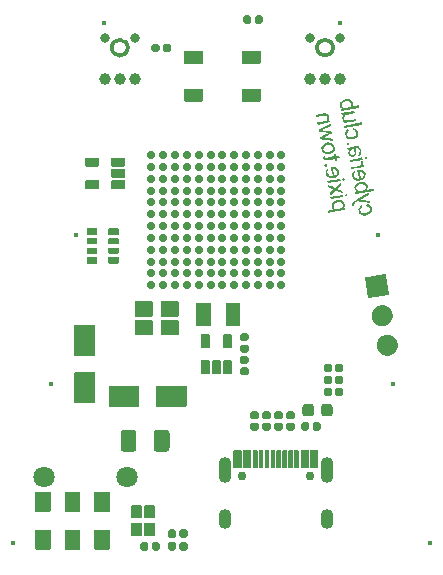
<source format=gbr>
G04 #@! TF.GenerationSoftware,KiCad,Pcbnew,(5.99.0-2290-gd34f8fd4b)*
G04 #@! TF.CreationDate,2020-11-06T19:29:51+01:00*
G04 #@! TF.ProjectId,Tympan-Nya,54796d70-616e-42d4-9e79-612e6b696361,rev?*
G04 #@! TF.SameCoordinates,PX6d878d0PY72e6100*
G04 #@! TF.FileFunction,Soldermask,Bot*
G04 #@! TF.FilePolarity,Negative*
%FSLAX46Y46*%
G04 Gerber Fmt 4.6, Leading zero omitted, Abs format (unit mm)*
G04 Created by KiCad (PCBNEW (5.99.0-2290-gd34f8fd4b)) date 2020-11-06 19:29:51*
%MOMM*%
%LPD*%
G01*
G04 APERTURE LIST*
%ADD10C,0.300000*%
%ADD11C,0.400000*%
%ADD12C,0.700000*%
%ADD13O,1.100000X1.700000*%
%ADD14C,0.750000*%
%ADD15O,1.100000X2.200000*%
%ADD16C,1.000000*%
%ADD17C,0.800000*%
%ADD18C,1.800000*%
G04 APERTURE END LIST*
G36*
X-13832227Y36520111D02*
G01*
X-14585270Y36387329D01*
X-14599702Y36469181D01*
X-14603869Y36498090D01*
X-14597961Y36530197D01*
X-14565432Y36552254D01*
X-14493299Y36571289D01*
X-14368578Y36594333D01*
X-14345660Y36598430D01*
X-14233011Y36620428D01*
X-14154254Y36638920D01*
X-14125247Y36650258D01*
X-14125443Y36651007D01*
X-14147193Y36685847D01*
X-14192919Y36748043D01*
X-14226459Y36799537D01*
X-14267348Y36927782D01*
X-14103505Y36927782D01*
X-14075760Y36813453D01*
X-14005714Y36727683D01*
X-13957963Y36702007D01*
X-13895339Y36691055D01*
X-13803463Y36696697D01*
X-13664647Y36718455D01*
X-13534029Y36743830D01*
X-13443041Y36769813D01*
X-13386286Y36800963D01*
X-13347304Y36843779D01*
X-13311751Y36938482D01*
X-13320816Y37055267D01*
X-13373731Y37163364D01*
X-13463800Y37239999D01*
X-13502512Y37255299D01*
X-13636853Y37272653D01*
X-13787799Y37255799D01*
X-13928768Y37209479D01*
X-14033180Y37138433D01*
X-14087344Y37046643D01*
X-14103505Y36927782D01*
X-14267348Y36927782D01*
X-14272638Y36944372D01*
X-14264116Y37093920D01*
X-14203829Y37230570D01*
X-14094717Y37336712D01*
X-14004749Y37379962D01*
X-13863517Y37422271D01*
X-13708596Y37450564D01*
X-13564806Y37460517D01*
X-13456965Y37447807D01*
X-13424788Y37436483D01*
X-13286068Y37349957D01*
X-13193501Y37224391D01*
X-13153867Y37072717D01*
X-13173947Y36907870D01*
X-13189659Y36851001D01*
X-13187452Y36810998D01*
X-13154208Y36795930D01*
X-13122958Y36778512D01*
X-13090911Y36719402D01*
X-13090477Y36716880D01*
X-13089601Y36695714D01*
X-13099959Y36677736D01*
X-13129305Y36660863D01*
X-13185394Y36643009D01*
X-13275977Y36622092D01*
X-13408808Y36596026D01*
X-13591640Y36562726D01*
X-13635808Y36554902D01*
X-13832227Y36520111D01*
G37*
G36*
X-14123737Y39322087D02*
G01*
X-14250635Y39306762D01*
X-14421231Y39319798D01*
X-14556399Y39381975D01*
X-14664660Y39496033D01*
X-14707090Y39565330D01*
X-14765960Y39737754D01*
X-14759538Y39908693D01*
X-14687642Y40073624D01*
X-14651992Y40123556D01*
X-14620453Y40138751D01*
X-14581606Y40110167D01*
X-14564291Y40091261D01*
X-14550642Y40043189D01*
X-14579296Y39971685D01*
X-14580420Y39969569D01*
X-14614932Y39840726D01*
X-14594499Y39712356D01*
X-14528432Y39600365D01*
X-14426050Y39520659D01*
X-14296669Y39489146D01*
X-14186660Y39487480D01*
X-14289917Y40073087D01*
X-14140230Y40073087D01*
X-14138403Y40020235D01*
X-14126494Y39923158D01*
X-14106210Y39797056D01*
X-14096865Y39745804D01*
X-14073168Y39630287D01*
X-14052920Y39550675D01*
X-14039716Y39521830D01*
X-14036848Y39522682D01*
X-13993171Y39545642D01*
X-13922343Y39589012D01*
X-13902907Y39602446D01*
X-13819992Y39697158D01*
X-13790713Y39805821D01*
X-13812430Y39912287D01*
X-13882507Y40000406D01*
X-13998307Y40054028D01*
X-14018242Y40058421D01*
X-14097032Y40073788D01*
X-14137859Y40078427D01*
X-14140230Y40073087D01*
X-14289917Y40073087D01*
X-14315111Y40215967D01*
X-14199466Y40236358D01*
X-14129370Y40244865D01*
X-13956979Y40229526D01*
X-13813653Y40163393D01*
X-13708859Y40052249D01*
X-13652069Y39901885D01*
X-13643247Y39772784D01*
X-13681279Y39610895D01*
X-13776120Y39479258D01*
X-13924646Y39381709D01*
X-14010476Y39356004D01*
X-14123737Y39322087D01*
G37*
G36*
X-14673972Y40468812D02*
G01*
X-14660920Y40426987D01*
X-14674195Y40346393D01*
X-14722978Y40288027D01*
X-14756081Y40286345D01*
X-14817962Y40313879D01*
X-14863220Y40347376D01*
X-14881128Y40379792D01*
X-14873466Y40435463D01*
X-14857492Y40466468D01*
X-14798249Y40500013D01*
X-14726469Y40502569D01*
X-14673972Y40468812D01*
G37*
G36*
X-13915004Y41339000D02*
G01*
X-13893542Y41271349D01*
X-13892975Y41268160D01*
X-13874550Y41207126D01*
X-13834935Y41184353D01*
X-13752001Y41186590D01*
X-13675992Y41188886D01*
X-13627944Y41167827D01*
X-13601194Y41109867D01*
X-13595142Y41088540D01*
X-13591644Y41041424D01*
X-13624345Y41016476D01*
X-13708097Y40998179D01*
X-13739988Y40992353D01*
X-13807346Y40972933D01*
X-13829921Y40939985D01*
X-13823916Y40876481D01*
X-13818339Y40833423D01*
X-13831815Y40784711D01*
X-13888449Y40763824D01*
X-13921688Y40759958D01*
X-13965587Y40777644D01*
X-13987151Y40844944D01*
X-14003999Y40940497D01*
X-14418142Y40878666D01*
X-14558486Y40858112D01*
X-14688707Y40841443D01*
X-14776178Y40835621D01*
X-14833734Y40840809D01*
X-14874210Y40857166D01*
X-14910441Y40884854D01*
X-14911560Y40885834D01*
X-14973041Y40966584D01*
X-14998558Y41056222D01*
X-14986420Y41134345D01*
X-14934937Y41180550D01*
X-14915387Y41185881D01*
X-14868670Y41176153D01*
X-14838652Y41113131D01*
X-14811879Y41022986D01*
X-14425546Y41081596D01*
X-14039213Y41140205D01*
X-14056716Y41239468D01*
X-14062466Y41284201D01*
X-14048808Y41332466D01*
X-13992365Y41353163D01*
X-13958386Y41357052D01*
X-13915004Y41339000D01*
G37*
G36*
X-14570349Y41324904D02*
G01*
X-14744800Y41344174D01*
X-14900661Y41405939D01*
X-15020643Y41508912D01*
X-15055102Y41558057D01*
X-15117938Y41710264D01*
X-15120334Y41768654D01*
X-14964705Y41768654D01*
X-14919488Y41654502D01*
X-14820397Y41564628D01*
X-14739120Y41527049D01*
X-14648359Y41514934D01*
X-14525528Y41529223D01*
X-14491306Y41535823D01*
X-14321579Y41592606D01*
X-14211129Y41679100D01*
X-14160120Y41795183D01*
X-14158731Y41804564D01*
X-14170686Y41938402D01*
X-14239968Y42046057D01*
X-14359317Y42115845D01*
X-14394108Y42125091D01*
X-14534218Y42131742D01*
X-14683518Y42103254D01*
X-14817372Y42046252D01*
X-14911141Y41967369D01*
X-14952363Y41890731D01*
X-14964705Y41768654D01*
X-15120334Y41768654D01*
X-15124160Y41861877D01*
X-15080591Y42004756D01*
X-14994053Y42130762D01*
X-14871372Y42231756D01*
X-14719371Y42299596D01*
X-14544875Y42326144D01*
X-14354705Y42303262D01*
X-14240754Y42258427D01*
X-14116561Y42158632D01*
X-14035687Y42027371D01*
X-14000572Y41877641D01*
X-14013656Y41722438D01*
X-14077374Y41574761D01*
X-14194166Y41447606D01*
X-14234844Y41418970D01*
X-14394601Y41349408D01*
X-14491441Y41335906D01*
X-14570349Y41324904D01*
G37*
G36*
X-13269697Y37733346D02*
G01*
X-14350150Y37542833D01*
X-14379015Y37706537D01*
X-13298562Y37897050D01*
X-13269697Y37733346D01*
G37*
G36*
X-13479711Y38884207D02*
G01*
X-13461030Y38818452D01*
X-13458077Y38773587D01*
X-13476067Y38719462D01*
X-13527600Y38655492D01*
X-13622390Y38566504D01*
X-13800248Y38408125D01*
X-13578418Y38317125D01*
X-13466445Y38268393D01*
X-13393734Y38225808D01*
X-13356018Y38181932D01*
X-13338780Y38125137D01*
X-13336426Y38112206D01*
X-13329664Y38070350D01*
X-13334896Y38047412D01*
X-13361965Y38044805D01*
X-13420711Y38063946D01*
X-13520976Y38106249D01*
X-13672601Y38173127D01*
X-13933880Y38288352D01*
X-14136871Y38088437D01*
X-14171230Y38054639D01*
X-14263162Y37964622D01*
X-14334001Y37895854D01*
X-14370644Y37861079D01*
X-14372717Y37859415D01*
X-14399271Y37871400D01*
X-14420624Y37942513D01*
X-14426216Y37996663D01*
X-14412717Y38051412D01*
X-14367014Y38110091D01*
X-14278738Y38190850D01*
X-14201907Y38260680D01*
X-14142835Y38321500D01*
X-14121755Y38353566D01*
X-14148329Y38374120D01*
X-14221744Y38410286D01*
X-14324923Y38452777D01*
X-14397183Y38481632D01*
X-14479354Y38523857D01*
X-14522115Y38567560D01*
X-14540986Y38625121D01*
X-14547747Y38693967D01*
X-14540132Y38724655D01*
X-14529304Y38722291D01*
X-14469066Y38699888D01*
X-14369939Y38658795D01*
X-14246532Y38604966D01*
X-13970781Y38482128D01*
X-13746813Y38693080D01*
X-13694153Y38742204D01*
X-13601479Y38826117D01*
X-13532831Y38884870D01*
X-13500187Y38908025D01*
X-13479711Y38884207D01*
G37*
G36*
X-13506394Y39075726D02*
G01*
X-14586848Y38885213D01*
X-14615713Y39048918D01*
X-13535260Y39239431D01*
X-13506394Y39075726D01*
G37*
G36*
X-14370068Y43869056D02*
G01*
X-14351011Y43847665D01*
X-14341271Y43810547D01*
X-14339079Y43794266D01*
X-14343875Y43761520D01*
X-14370484Y43730259D01*
X-14428780Y43693681D01*
X-14528643Y43644987D01*
X-14679946Y43577378D01*
X-14703461Y43567022D01*
X-14875827Y43489933D01*
X-14992827Y43434242D01*
X-15059898Y43396313D01*
X-15082479Y43372511D01*
X-15066009Y43359199D01*
X-15015925Y43352739D01*
X-14978237Y43349496D01*
X-14873688Y43338227D01*
X-14734633Y43321655D01*
X-14580764Y43302073D01*
X-14467402Y43286428D01*
X-14351341Y43266286D01*
X-14281264Y43245541D01*
X-14245212Y43220237D01*
X-14231220Y43186416D01*
X-14229837Y43174728D01*
X-14236979Y43142313D01*
X-14267872Y43107481D01*
X-14331564Y43063643D01*
X-14437104Y43004212D01*
X-14593541Y42922598D01*
X-14615070Y42911521D01*
X-14751782Y42839787D01*
X-14861037Y42780093D01*
X-14932190Y42738393D01*
X-14954598Y42720640D01*
X-14917682Y42713614D01*
X-14832703Y42704140D01*
X-14718359Y42694355D01*
X-14543653Y42680851D01*
X-14380930Y42666459D01*
X-14267595Y42652589D01*
X-14194283Y42637141D01*
X-14151628Y42618014D01*
X-14130262Y42593107D01*
X-14120822Y42560318D01*
X-14120724Y42507116D01*
X-14144196Y42474195D01*
X-14164855Y42473081D01*
X-14226565Y42476101D01*
X-14330569Y42485245D01*
X-14482781Y42501106D01*
X-14689112Y42524273D01*
X-14955479Y42555339D01*
X-15021018Y42563353D01*
X-15136705Y42581065D01*
X-15205077Y42600694D01*
X-15239517Y42627190D01*
X-15253415Y42665502D01*
X-15255394Y42685337D01*
X-15246749Y42717989D01*
X-15214769Y42752971D01*
X-15150399Y42797088D01*
X-15044583Y42857148D01*
X-14888261Y42939960D01*
X-14509603Y43137822D01*
X-14934811Y43194767D01*
X-15092292Y43216386D01*
X-15217056Y43236187D01*
X-15295987Y43254475D01*
X-15339775Y43274747D01*
X-15359110Y43300490D01*
X-15364681Y43335201D01*
X-15364935Y43341261D01*
X-15360613Y43374742D01*
X-15339936Y43406909D01*
X-15294190Y43443779D01*
X-15214655Y43491379D01*
X-15092619Y43555726D01*
X-14919362Y43642844D01*
X-14889938Y43657494D01*
X-14702228Y43750145D01*
X-14564523Y43815265D01*
X-14468687Y43855217D01*
X-14406581Y43872361D01*
X-14370068Y43869056D01*
G37*
G36*
X-14633674Y44773633D02*
G01*
X-14551468Y44721816D01*
X-14498416Y44638419D01*
X-14466678Y44521046D01*
X-14465780Y44515575D01*
X-14465107Y44394730D01*
X-14490887Y44278246D01*
X-14504369Y44243572D01*
X-14522888Y44185936D01*
X-14513076Y44167539D01*
X-14472002Y44171859D01*
X-14419335Y44163022D01*
X-14392568Y44101468D01*
X-14378136Y44019616D01*
X-15458589Y43829103D01*
X-15493228Y44025548D01*
X-15085821Y44097385D01*
X-14956741Y44120478D01*
X-14826439Y44145992D01*
X-14741434Y44167734D01*
X-14689933Y44189768D01*
X-14660146Y44216160D01*
X-14640278Y44250976D01*
X-14639370Y44252949D01*
X-14616214Y44353491D01*
X-14624411Y44460758D01*
X-14658909Y44551009D01*
X-14714656Y44600510D01*
X-14770425Y44603901D01*
X-14877346Y44596330D01*
X-15018759Y44579028D01*
X-15179006Y44553579D01*
X-15574051Y44483922D01*
X-15608690Y44680369D01*
X-15214746Y44749832D01*
X-15133646Y44763602D01*
X-14916920Y44792128D01*
X-14752878Y44796272D01*
X-14633674Y44773633D01*
G37*
G36*
X-12951893Y37945074D02*
G01*
X-12921588Y37905069D01*
X-12910419Y37835371D01*
X-12939471Y37778883D01*
X-12996431Y37753339D01*
X-13068981Y37776474D01*
X-13099781Y37808058D01*
X-13110174Y37878861D01*
X-13061540Y37952105D01*
X-13057383Y37955708D01*
X-13006260Y37978483D01*
X-12951893Y37945074D01*
G37*
G36*
X-13188591Y39287455D02*
G01*
X-13158286Y39247449D01*
X-13147117Y39177751D01*
X-13176169Y39121263D01*
X-13233129Y39095720D01*
X-13305679Y39118854D01*
X-13336479Y39150439D01*
X-13346872Y39221242D01*
X-13298238Y39294486D01*
X-13294081Y39298088D01*
X-13242958Y39320864D01*
X-13188591Y39287455D01*
G37*
G36*
X-11134393Y38047188D02*
G01*
X-11118801Y37979677D01*
X-11118157Y37975997D01*
X-11114098Y37936260D01*
X-11123711Y37902920D01*
X-11156078Y37868604D01*
X-11220288Y37825936D01*
X-11325424Y37767544D01*
X-11480573Y37686051D01*
X-11859305Y37488605D01*
X-11460751Y37430043D01*
X-11459703Y37429889D01*
X-11302811Y37405620D01*
X-11169657Y37382772D01*
X-11074282Y37363907D01*
X-11030731Y37351587D01*
X-11009640Y37319065D01*
X-10995545Y37247764D01*
X-10991825Y37163833D01*
X-11545379Y37262315D01*
X-11701353Y37289523D01*
X-11872270Y37316849D01*
X-11995367Y37332062D01*
X-12080751Y37335976D01*
X-12138533Y37329399D01*
X-12178820Y37313145D01*
X-12251610Y37260883D01*
X-12326925Y37165017D01*
X-12341577Y37064671D01*
X-12340005Y37054687D01*
X-12349637Y36998435D01*
X-12409892Y36973461D01*
X-12445381Y36969538D01*
X-12487716Y36988348D01*
X-12508972Y37056734D01*
X-12513822Y37093847D01*
X-12509630Y37165696D01*
X-12481281Y37234843D01*
X-12422868Y37306660D01*
X-12328489Y37386509D01*
X-12192236Y37479761D01*
X-12008205Y37591782D01*
X-11770492Y37727939D01*
X-11709841Y37762053D01*
X-11533623Y37860895D01*
X-11380651Y37946296D01*
X-11259588Y38013443D01*
X-11179098Y38057523D01*
X-11147845Y38073726D01*
X-11134393Y38047188D01*
G37*
G36*
X-11196959Y37080110D02*
G01*
X-11053971Y37016161D01*
X-10948875Y36912652D01*
X-10884305Y36782363D01*
X-10862894Y36638072D01*
X-10887275Y36492558D01*
X-10960082Y36358597D01*
X-11083949Y36248970D01*
X-11113063Y36231816D01*
X-11298712Y36158455D01*
X-11489408Y36137346D01*
X-11669688Y36168430D01*
X-11824094Y36251653D01*
X-11848772Y36271953D01*
X-11913546Y36338670D01*
X-11951354Y36415900D01*
X-11977508Y36531584D01*
X-11989679Y36609194D01*
X-11991059Y36696080D01*
X-11965144Y36770445D01*
X-11905039Y36863898D01*
X-11831086Y36957648D01*
X-11759468Y37015518D01*
X-11708403Y37013066D01*
X-11679857Y36949547D01*
X-11682078Y36888394D01*
X-11737256Y36817546D01*
X-11758223Y36801654D01*
X-11829402Y36705327D01*
X-11845885Y36592509D01*
X-11808423Y36479842D01*
X-11717763Y36383967D01*
X-11669028Y36352420D01*
X-11602487Y36326260D01*
X-11522703Y36323500D01*
X-11404067Y36340600D01*
X-11370224Y36346975D01*
X-11198384Y36398221D01*
X-11086452Y36472435D01*
X-11031256Y36572680D01*
X-11029623Y36702015D01*
X-11039562Y36740026D01*
X-11092722Y36829982D01*
X-11169606Y36892032D01*
X-11250512Y36907819D01*
X-11289421Y36923117D01*
X-11317332Y36999589D01*
X-11324294Y37054425D01*
X-11310181Y37089273D01*
X-11257497Y37091021D01*
X-11196959Y37080110D01*
G37*
G36*
X-12233531Y37983567D02*
G01*
X-12247964Y38065420D01*
X-12247766Y38120505D01*
X-12213286Y38155932D01*
X-12179177Y38168810D01*
X-12178336Y38205228D01*
X-12234193Y38268414D01*
X-12250994Y38288692D01*
X-12291773Y38372365D01*
X-12309948Y38438802D01*
X-12176101Y38438802D01*
X-12137623Y38364474D01*
X-12036325Y38263092D01*
X-11989697Y38233843D01*
X-11930980Y38219807D01*
X-11845769Y38223507D01*
X-11714975Y38243797D01*
X-11585535Y38269299D01*
X-11503396Y38295155D01*
X-11450212Y38329595D01*
X-11407443Y38380886D01*
X-11394679Y38400665D01*
X-11357399Y38521410D01*
X-11382472Y38641083D01*
X-11467716Y38746447D01*
X-11495902Y38766060D01*
X-11612126Y38805267D01*
X-11749565Y38808092D01*
X-11890905Y38779360D01*
X-12018832Y38723896D01*
X-12116033Y38646527D01*
X-12165195Y38552075D01*
X-12175251Y38484583D01*
X-12176101Y38438802D01*
X-12309948Y38438802D01*
X-12320788Y38478421D01*
X-12331812Y38572024D01*
X-12318175Y38659151D01*
X-12268012Y38747736D01*
X-12169265Y38850967D01*
X-12024108Y38935720D01*
X-11857995Y38985113D01*
X-11685732Y38998208D01*
X-11522126Y38974067D01*
X-11381985Y38911752D01*
X-11280114Y38810325D01*
X-11263912Y38784425D01*
X-11213347Y38678580D01*
X-11204332Y38579186D01*
X-11232583Y38454150D01*
X-11273108Y38321710D01*
X-10998339Y38370159D01*
X-10869484Y38392182D01*
X-10785207Y38402261D01*
X-10739545Y38397441D01*
X-10718765Y38376135D01*
X-10709138Y38336756D01*
X-10694705Y38254904D01*
X-11686109Y38080093D01*
X-12233531Y37983567D01*
G37*
G36*
X-11752292Y39127062D02*
G01*
X-11932611Y39085545D01*
X-12110412Y39089392D01*
X-12270081Y39138329D01*
X-12396000Y39232085D01*
X-12407131Y39245806D01*
X-12460531Y39350964D01*
X-12499224Y39495480D01*
X-12501195Y39506513D01*
X-12515257Y39625261D01*
X-12504549Y39712310D01*
X-12465847Y39796756D01*
X-12451365Y39820870D01*
X-12404381Y39887884D01*
X-12372519Y39917079D01*
X-12354223Y39916588D01*
X-12321130Y39879362D01*
X-12315159Y39802657D01*
X-12338924Y39703107D01*
X-12354380Y39653213D01*
X-12360379Y39511139D01*
X-12308990Y39392533D01*
X-12206448Y39307154D01*
X-12058984Y39264759D01*
X-11951055Y39253411D01*
X-12044298Y39782221D01*
X-11867771Y39782221D01*
X-11860181Y39702995D01*
X-11838501Y39572374D01*
X-11837245Y39565294D01*
X-11808846Y39430264D01*
X-11781527Y39344518D01*
X-11757950Y39316507D01*
X-11720611Y39330558D01*
X-11645899Y39382133D01*
X-11578517Y39448831D01*
X-11544224Y39507619D01*
X-11539794Y39561068D01*
X-11565791Y39674434D01*
X-11629640Y39770698D01*
X-11718047Y39833409D01*
X-11817717Y39846111D01*
X-11836486Y39841703D01*
X-11860222Y39823855D01*
X-11867771Y39782221D01*
X-12044298Y39782221D01*
X-12083031Y40001882D01*
X-11996791Y40017089D01*
X-11974651Y40020487D01*
X-11816259Y40020737D01*
X-11663571Y39985588D01*
X-11544857Y39921046D01*
X-11534401Y39912029D01*
X-11434751Y39783817D01*
X-11390221Y39635553D01*
X-11400074Y39481977D01*
X-11463574Y39337829D01*
X-11579984Y39217852D01*
X-11585072Y39214214D01*
X-11726881Y39140306D01*
X-11752292Y39127062D01*
G37*
G36*
X-11629341Y40740366D02*
G01*
X-11592696Y40712675D01*
X-11575818Y40637677D01*
X-11579227Y40539955D01*
X-11607880Y40454790D01*
X-11629967Y40417883D01*
X-11635558Y40389950D01*
X-11599836Y40390913D01*
X-11561182Y40382575D01*
X-11531219Y40318615D01*
X-11516786Y40236762D01*
X-12597238Y40046249D01*
X-12626104Y40209955D01*
X-12239385Y40278144D01*
X-12203859Y40284438D01*
X-12046264Y40313936D01*
X-11939207Y40338567D01*
X-11869841Y40362578D01*
X-11825316Y40390216D01*
X-11792783Y40425724D01*
X-11758595Y40492415D01*
X-11753263Y40620610D01*
X-11753453Y40621687D01*
X-11761917Y40698613D01*
X-11742062Y40731748D01*
X-11681762Y40741618D01*
X-11629341Y40740366D01*
G37*
G36*
X-11626475Y40858841D02*
G01*
X-12711277Y40667562D01*
X-12722309Y40851290D01*
X-12191854Y40954100D01*
X-11661400Y41056909D01*
X-11626475Y40858841D01*
G37*
G36*
X-12443371Y41083070D02*
G01*
X-12563636Y41082525D01*
X-12691602Y41141059D01*
X-12760631Y41198250D01*
X-12805173Y41270426D01*
X-12832388Y41379854D01*
X-12838599Y41424533D01*
X-12840657Y41534286D01*
X-12829935Y41583420D01*
X-12677728Y41583420D01*
X-12677421Y41458273D01*
X-12675168Y41446116D01*
X-12637176Y41337368D01*
X-12572340Y41285349D01*
X-12472968Y41283484D01*
X-12433630Y41294583D01*
X-12358505Y41358909D01*
X-12326261Y41472973D01*
X-12337344Y41635619D01*
X-12355602Y41730523D01*
X-12375922Y41782716D01*
X-12409097Y41797892D01*
X-12467522Y41790828D01*
X-12541605Y41763208D01*
X-12633428Y41678712D01*
X-12677728Y41583420D01*
X-12829935Y41583420D01*
X-12823731Y41611850D01*
X-12797403Y41672135D01*
X-12797560Y41718545D01*
X-12842556Y41724700D01*
X-12879336Y41737207D01*
X-12907756Y41807282D01*
X-12923844Y41898525D01*
X-12487826Y41962544D01*
X-12301413Y41987764D01*
X-12141806Y42003036D01*
X-12032808Y42004128D01*
X-11966841Y41991461D01*
X-11935031Y41975779D01*
X-11835524Y41884920D01*
X-11769077Y41756547D01*
X-11739944Y41608751D01*
X-11752381Y41459626D01*
X-11810642Y41327264D01*
X-11825554Y41307064D01*
X-11887707Y41240357D01*
X-11938791Y41208879D01*
X-11981324Y41219621D01*
X-12001485Y41271444D01*
X-11990129Y41347733D01*
X-11946599Y41429892D01*
X-11930603Y41454658D01*
X-11897976Y41563082D01*
X-11904101Y41678584D01*
X-11948778Y41770469D01*
X-11989637Y41796531D01*
X-12069459Y41821114D01*
X-12151253Y41830490D01*
X-12203667Y41818723D01*
X-12211382Y41798025D01*
X-12212699Y41725595D01*
X-12200475Y41624930D01*
X-12189836Y41527756D01*
X-12204041Y41365036D01*
X-12256049Y41231740D01*
X-12338334Y41135280D01*
X-12438093Y41085694D01*
X-12443371Y41083070D01*
G37*
G36*
X-12814668Y42320496D02*
G01*
X-12781337Y42239065D01*
X-12776652Y42205058D01*
X-12787595Y42152120D01*
X-12840894Y42130100D01*
X-12893079Y42125641D01*
X-12942966Y42134608D01*
X-12972016Y42176256D01*
X-12974145Y42249183D01*
X-12937303Y42309904D01*
X-12872565Y42341166D01*
X-12814668Y42320496D01*
G37*
G36*
X-12370690Y43534354D02*
G01*
X-12281626Y43508238D01*
X-12188363Y43457657D01*
X-12092897Y43364203D01*
X-12023433Y43223364D01*
X-12003754Y43066729D01*
X-12035566Y42911471D01*
X-12120575Y42774764D01*
X-12238428Y42682921D01*
X-12395218Y42618504D01*
X-12567741Y42589044D01*
X-12738633Y42595596D01*
X-12890528Y42639217D01*
X-13006064Y42720960D01*
X-13024688Y42743572D01*
X-13090178Y42874644D01*
X-13117800Y43028537D01*
X-13105653Y43180901D01*
X-13051837Y43307387D01*
X-13007080Y43363356D01*
X-12930192Y43428768D01*
X-12866500Y43444824D01*
X-12825721Y43407233D01*
X-12822848Y43388902D01*
X-12844122Y43315079D01*
X-12901394Y43221109D01*
X-12952671Y43140235D01*
X-12983751Y43026223D01*
X-12951451Y42926080D01*
X-12855068Y42833942D01*
X-12760478Y42783890D01*
X-12632950Y42770851D01*
X-12458145Y42803872D01*
X-12304845Y42857969D01*
X-12208200Y42931571D01*
X-12163489Y43028542D01*
X-12165987Y43152742D01*
X-12188129Y43208806D01*
X-12248996Y43284494D01*
X-12324875Y43340470D01*
X-12393524Y43356788D01*
X-12427507Y43374347D01*
X-12453447Y43442817D01*
X-12459375Y43489799D01*
X-12443866Y43527906D01*
X-12383695Y43535261D01*
X-12370690Y43534354D01*
G37*
G36*
X-11676136Y43820872D02*
G01*
X-13219312Y43548768D01*
X-13230344Y43732498D01*
X-11710987Y44018525D01*
X-11676136Y43820872D01*
G37*
G36*
X-12319249Y44787760D02*
G01*
X-12723437Y44716491D01*
X-12727611Y44715754D01*
X-12900646Y44683872D01*
X-13019712Y44657821D01*
X-13096415Y44634019D01*
X-13142362Y44608880D01*
X-13169157Y44578820D01*
X-13210755Y44475851D01*
X-13209913Y44353949D01*
X-13156048Y44251737D01*
X-13152468Y44247942D01*
X-13122611Y44220158D01*
X-13088366Y44203832D01*
X-13037522Y44199033D01*
X-12957870Y44205826D01*
X-12837200Y44224283D01*
X-12663303Y44254469D01*
X-12238426Y44329387D01*
X-12202914Y44127991D01*
X-12666082Y44057314D01*
X-12759627Y44043080D01*
X-12915875Y44020331D01*
X-13024341Y44007903D01*
X-13097227Y44005955D01*
X-13146729Y44014646D01*
X-13185048Y44034135D01*
X-13224386Y44064581D01*
X-13273558Y44117700D01*
X-13334677Y44244966D01*
X-13358242Y44394504D01*
X-13338490Y44542199D01*
X-13320737Y44605996D01*
X-13323774Y44637623D01*
X-13355522Y44638796D01*
X-13390926Y44648740D01*
X-13419908Y44711841D01*
X-13434340Y44793693D01*
X-12353888Y44984206D01*
X-12319249Y44787760D01*
G37*
G36*
X-13468979Y44990140D02*
G01*
X-13483412Y45071992D01*
X-13483213Y45127077D01*
X-13448733Y45162504D01*
X-13414624Y45175382D01*
X-13413784Y45211800D01*
X-13469640Y45274986D01*
X-13477270Y45282759D01*
X-13525715Y45370887D01*
X-13551031Y45472611D01*
X-13403389Y45472611D01*
X-13378973Y45377358D01*
X-13357211Y45343730D01*
X-13301401Y45286707D01*
X-13227892Y45259740D01*
X-13121389Y45259284D01*
X-12966591Y45281794D01*
X-12841750Y45305415D01*
X-12738399Y45331902D01*
X-12675235Y45362875D01*
X-12638151Y45405763D01*
X-12613041Y45467994D01*
X-12600737Y45591925D01*
X-12643159Y45706167D01*
X-12732706Y45789361D01*
X-12859470Y45827072D01*
X-12920455Y45826739D01*
X-13048010Y45806888D01*
X-13177616Y45768539D01*
X-13286465Y45719146D01*
X-13351746Y45666166D01*
X-13388908Y45585765D01*
X-13403389Y45472611D01*
X-13551031Y45472611D01*
X-13555767Y45491640D01*
X-13562723Y45616294D01*
X-13541878Y45716123D01*
X-13497940Y45781535D01*
X-13390899Y45875440D01*
X-13253328Y45952335D01*
X-13106612Y45998355D01*
X-12956471Y46015149D01*
X-12767738Y45998641D01*
X-12619153Y45935231D01*
X-12514854Y45826977D01*
X-12458979Y45675941D01*
X-12458644Y45674030D01*
X-12449924Y45535929D01*
X-12481318Y45437907D01*
X-12531537Y45357989D01*
X-11964792Y45457922D01*
X-11930153Y45261476D01*
X-12931864Y45084848D01*
X-13468979Y44990140D01*
G37*
G36*
X-11300072Y41088302D02*
G01*
X-11259889Y41038683D01*
X-11260248Y40960983D01*
X-11304632Y40903545D01*
X-11376290Y40889806D01*
X-11414867Y40911570D01*
X-11440228Y40988832D01*
X-11440744Y41001497D01*
X-11425036Y41064215D01*
X-11363558Y41090875D01*
X-11300072Y41088302D01*
G37*
D10*
X-31523150Y50350600D02*
G75*
G03*
X-31523150Y50350600I-675250J0D01*
G01*
X-14149550Y50350600D02*
G75*
G03*
X-14149550Y50350600I-675250J0D01*
G01*
G36*
X-13832227Y36520111D02*
G01*
X-14585270Y36387329D01*
X-14599702Y36469181D01*
X-14603869Y36498090D01*
X-14597961Y36530197D01*
X-14565432Y36552254D01*
X-14493299Y36571289D01*
X-14368578Y36594333D01*
X-14345660Y36598430D01*
X-14233011Y36620428D01*
X-14154254Y36638920D01*
X-14125247Y36650258D01*
X-14125443Y36651007D01*
X-14147193Y36685847D01*
X-14192919Y36748043D01*
X-14226459Y36799537D01*
X-14267348Y36927782D01*
X-14103505Y36927782D01*
X-14075760Y36813453D01*
X-14005714Y36727683D01*
X-13957963Y36702007D01*
X-13895339Y36691055D01*
X-13803463Y36696697D01*
X-13664647Y36718455D01*
X-13534029Y36743830D01*
X-13443041Y36769813D01*
X-13386286Y36800963D01*
X-13347304Y36843779D01*
X-13311751Y36938482D01*
X-13320816Y37055267D01*
X-13373731Y37163364D01*
X-13463800Y37239999D01*
X-13502512Y37255299D01*
X-13636853Y37272653D01*
X-13787799Y37255799D01*
X-13928768Y37209479D01*
X-14033180Y37138433D01*
X-14087344Y37046643D01*
X-14103505Y36927782D01*
X-14267348Y36927782D01*
X-14272638Y36944372D01*
X-14264116Y37093920D01*
X-14203829Y37230570D01*
X-14094717Y37336712D01*
X-14004749Y37379962D01*
X-13863517Y37422271D01*
X-13708596Y37450564D01*
X-13564806Y37460517D01*
X-13456965Y37447807D01*
X-13424788Y37436483D01*
X-13286068Y37349957D01*
X-13193501Y37224391D01*
X-13153867Y37072717D01*
X-13173947Y36907870D01*
X-13189659Y36851001D01*
X-13187452Y36810998D01*
X-13154208Y36795930D01*
X-13122958Y36778512D01*
X-13090911Y36719402D01*
X-13090477Y36716880D01*
X-13089601Y36695714D01*
X-13099959Y36677736D01*
X-13129305Y36660863D01*
X-13185394Y36643009D01*
X-13275977Y36622092D01*
X-13408808Y36596026D01*
X-13591640Y36562726D01*
X-13635808Y36554902D01*
X-13832227Y36520111D01*
G37*
G36*
X-14123737Y39322087D02*
G01*
X-14250635Y39306762D01*
X-14421231Y39319798D01*
X-14556399Y39381975D01*
X-14664660Y39496033D01*
X-14707090Y39565330D01*
X-14765960Y39737754D01*
X-14759538Y39908693D01*
X-14687642Y40073624D01*
X-14651992Y40123556D01*
X-14620453Y40138751D01*
X-14581606Y40110167D01*
X-14564291Y40091261D01*
X-14550642Y40043189D01*
X-14579296Y39971685D01*
X-14580420Y39969569D01*
X-14614932Y39840726D01*
X-14594499Y39712356D01*
X-14528432Y39600365D01*
X-14426050Y39520659D01*
X-14296669Y39489146D01*
X-14186660Y39487480D01*
X-14289917Y40073087D01*
X-14140230Y40073087D01*
X-14138403Y40020235D01*
X-14126494Y39923158D01*
X-14106210Y39797056D01*
X-14096865Y39745804D01*
X-14073168Y39630287D01*
X-14052920Y39550675D01*
X-14039716Y39521830D01*
X-14036848Y39522682D01*
X-13993171Y39545642D01*
X-13922343Y39589012D01*
X-13902907Y39602446D01*
X-13819992Y39697158D01*
X-13790713Y39805821D01*
X-13812430Y39912287D01*
X-13882507Y40000406D01*
X-13998307Y40054028D01*
X-14018242Y40058421D01*
X-14097032Y40073788D01*
X-14137859Y40078427D01*
X-14140230Y40073087D01*
X-14289917Y40073087D01*
X-14315111Y40215967D01*
X-14199466Y40236358D01*
X-14129370Y40244865D01*
X-13956979Y40229526D01*
X-13813653Y40163393D01*
X-13708859Y40052249D01*
X-13652069Y39901885D01*
X-13643247Y39772784D01*
X-13681279Y39610895D01*
X-13776120Y39479258D01*
X-13924646Y39381709D01*
X-14010476Y39356004D01*
X-14123737Y39322087D01*
G37*
G36*
X-14673972Y40468812D02*
G01*
X-14660920Y40426987D01*
X-14674195Y40346393D01*
X-14722978Y40288027D01*
X-14756081Y40286345D01*
X-14817962Y40313879D01*
X-14863220Y40347376D01*
X-14881128Y40379792D01*
X-14873466Y40435463D01*
X-14857492Y40466468D01*
X-14798249Y40500013D01*
X-14726469Y40502569D01*
X-14673972Y40468812D01*
G37*
G36*
X-13915004Y41339000D02*
G01*
X-13893542Y41271349D01*
X-13892975Y41268160D01*
X-13874550Y41207126D01*
X-13834935Y41184353D01*
X-13752001Y41186590D01*
X-13675992Y41188886D01*
X-13627944Y41167827D01*
X-13601194Y41109867D01*
X-13595142Y41088540D01*
X-13591644Y41041424D01*
X-13624345Y41016476D01*
X-13708097Y40998179D01*
X-13739988Y40992353D01*
X-13807346Y40972933D01*
X-13829921Y40939985D01*
X-13823916Y40876481D01*
X-13818339Y40833423D01*
X-13831815Y40784711D01*
X-13888449Y40763824D01*
X-13921688Y40759958D01*
X-13965587Y40777644D01*
X-13987151Y40844944D01*
X-14003999Y40940497D01*
X-14418142Y40878666D01*
X-14558486Y40858112D01*
X-14688707Y40841443D01*
X-14776178Y40835621D01*
X-14833734Y40840809D01*
X-14874210Y40857166D01*
X-14910441Y40884854D01*
X-14911560Y40885834D01*
X-14973041Y40966584D01*
X-14998558Y41056222D01*
X-14986420Y41134345D01*
X-14934937Y41180550D01*
X-14915387Y41185881D01*
X-14868670Y41176153D01*
X-14838652Y41113131D01*
X-14811879Y41022986D01*
X-14425546Y41081596D01*
X-14039213Y41140205D01*
X-14056716Y41239468D01*
X-14062466Y41284201D01*
X-14048808Y41332466D01*
X-13992365Y41353163D01*
X-13958386Y41357052D01*
X-13915004Y41339000D01*
G37*
G36*
X-14570349Y41324904D02*
G01*
X-14744800Y41344174D01*
X-14900661Y41405939D01*
X-15020643Y41508912D01*
X-15055102Y41558057D01*
X-15117938Y41710264D01*
X-15120334Y41768654D01*
X-14964705Y41768654D01*
X-14919488Y41654502D01*
X-14820397Y41564628D01*
X-14739120Y41527049D01*
X-14648359Y41514934D01*
X-14525528Y41529223D01*
X-14491306Y41535823D01*
X-14321579Y41592606D01*
X-14211129Y41679100D01*
X-14160120Y41795183D01*
X-14158731Y41804564D01*
X-14170686Y41938402D01*
X-14239968Y42046057D01*
X-14359317Y42115845D01*
X-14394108Y42125091D01*
X-14534218Y42131742D01*
X-14683518Y42103254D01*
X-14817372Y42046252D01*
X-14911141Y41967369D01*
X-14952363Y41890731D01*
X-14964705Y41768654D01*
X-15120334Y41768654D01*
X-15124160Y41861877D01*
X-15080591Y42004756D01*
X-14994053Y42130762D01*
X-14871372Y42231756D01*
X-14719371Y42299596D01*
X-14544875Y42326144D01*
X-14354705Y42303262D01*
X-14240754Y42258427D01*
X-14116561Y42158632D01*
X-14035687Y42027371D01*
X-14000572Y41877641D01*
X-14013656Y41722438D01*
X-14077374Y41574761D01*
X-14194166Y41447606D01*
X-14234844Y41418970D01*
X-14394601Y41349408D01*
X-14491441Y41335906D01*
X-14570349Y41324904D01*
G37*
G36*
X-13269697Y37733346D02*
G01*
X-14350150Y37542833D01*
X-14379015Y37706537D01*
X-13298562Y37897050D01*
X-13269697Y37733346D01*
G37*
G36*
X-13479711Y38884207D02*
G01*
X-13461030Y38818452D01*
X-13458077Y38773587D01*
X-13476067Y38719462D01*
X-13527600Y38655492D01*
X-13622390Y38566504D01*
X-13800248Y38408125D01*
X-13578418Y38317125D01*
X-13466445Y38268393D01*
X-13393734Y38225808D01*
X-13356018Y38181932D01*
X-13338780Y38125137D01*
X-13336426Y38112206D01*
X-13329664Y38070350D01*
X-13334896Y38047412D01*
X-13361965Y38044805D01*
X-13420711Y38063946D01*
X-13520976Y38106249D01*
X-13672601Y38173127D01*
X-13933880Y38288352D01*
X-14136871Y38088437D01*
X-14171230Y38054639D01*
X-14263162Y37964622D01*
X-14334001Y37895854D01*
X-14370644Y37861079D01*
X-14372717Y37859415D01*
X-14399271Y37871400D01*
X-14420624Y37942513D01*
X-14426216Y37996663D01*
X-14412717Y38051412D01*
X-14367014Y38110091D01*
X-14278738Y38190850D01*
X-14201907Y38260680D01*
X-14142835Y38321500D01*
X-14121755Y38353566D01*
X-14148329Y38374120D01*
X-14221744Y38410286D01*
X-14324923Y38452777D01*
X-14397183Y38481632D01*
X-14479354Y38523857D01*
X-14522115Y38567560D01*
X-14540986Y38625121D01*
X-14547747Y38693967D01*
X-14540132Y38724655D01*
X-14529304Y38722291D01*
X-14469066Y38699888D01*
X-14369939Y38658795D01*
X-14246532Y38604966D01*
X-13970781Y38482128D01*
X-13746813Y38693080D01*
X-13694153Y38742204D01*
X-13601479Y38826117D01*
X-13532831Y38884870D01*
X-13500187Y38908025D01*
X-13479711Y38884207D01*
G37*
G36*
X-13506394Y39075726D02*
G01*
X-14586848Y38885213D01*
X-14615713Y39048918D01*
X-13535260Y39239431D01*
X-13506394Y39075726D01*
G37*
G36*
X-14370068Y43869056D02*
G01*
X-14351011Y43847665D01*
X-14341271Y43810547D01*
X-14339079Y43794266D01*
X-14343875Y43761520D01*
X-14370484Y43730259D01*
X-14428780Y43693681D01*
X-14528643Y43644987D01*
X-14679946Y43577378D01*
X-14703461Y43567022D01*
X-14875827Y43489933D01*
X-14992827Y43434242D01*
X-15059898Y43396313D01*
X-15082479Y43372511D01*
X-15066009Y43359199D01*
X-15015925Y43352739D01*
X-14978237Y43349496D01*
X-14873688Y43338227D01*
X-14734633Y43321655D01*
X-14580764Y43302073D01*
X-14467402Y43286428D01*
X-14351341Y43266286D01*
X-14281264Y43245541D01*
X-14245212Y43220237D01*
X-14231220Y43186416D01*
X-14229837Y43174728D01*
X-14236979Y43142313D01*
X-14267872Y43107481D01*
X-14331564Y43063643D01*
X-14437104Y43004212D01*
X-14593541Y42922598D01*
X-14615070Y42911521D01*
X-14751782Y42839787D01*
X-14861037Y42780093D01*
X-14932190Y42738393D01*
X-14954598Y42720640D01*
X-14917682Y42713614D01*
X-14832703Y42704140D01*
X-14718359Y42694355D01*
X-14543653Y42680851D01*
X-14380930Y42666459D01*
X-14267595Y42652589D01*
X-14194283Y42637141D01*
X-14151628Y42618014D01*
X-14130262Y42593107D01*
X-14120822Y42560318D01*
X-14120724Y42507116D01*
X-14144196Y42474195D01*
X-14164855Y42473081D01*
X-14226565Y42476101D01*
X-14330569Y42485245D01*
X-14482781Y42501106D01*
X-14689112Y42524273D01*
X-14955479Y42555339D01*
X-15021018Y42563353D01*
X-15136705Y42581065D01*
X-15205077Y42600694D01*
X-15239517Y42627190D01*
X-15253415Y42665502D01*
X-15255394Y42685337D01*
X-15246749Y42717989D01*
X-15214769Y42752971D01*
X-15150399Y42797088D01*
X-15044583Y42857148D01*
X-14888261Y42939960D01*
X-14509603Y43137822D01*
X-14934811Y43194767D01*
X-15092292Y43216386D01*
X-15217056Y43236187D01*
X-15295987Y43254475D01*
X-15339775Y43274747D01*
X-15359110Y43300490D01*
X-15364681Y43335201D01*
X-15364935Y43341261D01*
X-15360613Y43374742D01*
X-15339936Y43406909D01*
X-15294190Y43443779D01*
X-15214655Y43491379D01*
X-15092619Y43555726D01*
X-14919362Y43642844D01*
X-14889938Y43657494D01*
X-14702228Y43750145D01*
X-14564523Y43815265D01*
X-14468687Y43855217D01*
X-14406581Y43872361D01*
X-14370068Y43869056D01*
G37*
G36*
X-14633674Y44773633D02*
G01*
X-14551468Y44721816D01*
X-14498416Y44638419D01*
X-14466678Y44521046D01*
X-14465780Y44515575D01*
X-14465107Y44394730D01*
X-14490887Y44278246D01*
X-14504369Y44243572D01*
X-14522888Y44185936D01*
X-14513076Y44167539D01*
X-14472002Y44171859D01*
X-14419335Y44163022D01*
X-14392568Y44101468D01*
X-14378136Y44019616D01*
X-15458589Y43829103D01*
X-15493228Y44025548D01*
X-15085821Y44097385D01*
X-14956741Y44120478D01*
X-14826439Y44145992D01*
X-14741434Y44167734D01*
X-14689933Y44189768D01*
X-14660146Y44216160D01*
X-14640278Y44250976D01*
X-14639370Y44252949D01*
X-14616214Y44353491D01*
X-14624411Y44460758D01*
X-14658909Y44551009D01*
X-14714656Y44600510D01*
X-14770425Y44603901D01*
X-14877346Y44596330D01*
X-15018759Y44579028D01*
X-15179006Y44553579D01*
X-15574051Y44483922D01*
X-15608690Y44680369D01*
X-15214746Y44749832D01*
X-15133646Y44763602D01*
X-14916920Y44792128D01*
X-14752878Y44796272D01*
X-14633674Y44773633D01*
G37*
G36*
X-12951893Y37945074D02*
G01*
X-12921588Y37905069D01*
X-12910419Y37835371D01*
X-12939471Y37778883D01*
X-12996431Y37753339D01*
X-13068981Y37776474D01*
X-13099781Y37808058D01*
X-13110174Y37878861D01*
X-13061540Y37952105D01*
X-13057383Y37955708D01*
X-13006260Y37978483D01*
X-12951893Y37945074D01*
G37*
G36*
X-13188591Y39287455D02*
G01*
X-13158286Y39247449D01*
X-13147117Y39177751D01*
X-13176169Y39121263D01*
X-13233129Y39095720D01*
X-13305679Y39118854D01*
X-13336479Y39150439D01*
X-13346872Y39221242D01*
X-13298238Y39294486D01*
X-13294081Y39298088D01*
X-13242958Y39320864D01*
X-13188591Y39287455D01*
G37*
G36*
X-11134393Y38047188D02*
G01*
X-11118801Y37979677D01*
X-11118157Y37975997D01*
X-11114098Y37936260D01*
X-11123711Y37902920D01*
X-11156078Y37868604D01*
X-11220288Y37825936D01*
X-11325424Y37767544D01*
X-11480573Y37686051D01*
X-11859305Y37488605D01*
X-11460751Y37430043D01*
X-11459703Y37429889D01*
X-11302811Y37405620D01*
X-11169657Y37382772D01*
X-11074282Y37363907D01*
X-11030731Y37351587D01*
X-11009640Y37319065D01*
X-10995545Y37247764D01*
X-10991825Y37163833D01*
X-11545379Y37262315D01*
X-11701353Y37289523D01*
X-11872270Y37316849D01*
X-11995367Y37332062D01*
X-12080751Y37335976D01*
X-12138533Y37329399D01*
X-12178820Y37313145D01*
X-12251610Y37260883D01*
X-12326925Y37165017D01*
X-12341577Y37064671D01*
X-12340005Y37054687D01*
X-12349637Y36998435D01*
X-12409892Y36973461D01*
X-12445381Y36969538D01*
X-12487716Y36988348D01*
X-12508972Y37056734D01*
X-12513822Y37093847D01*
X-12509630Y37165696D01*
X-12481281Y37234843D01*
X-12422868Y37306660D01*
X-12328489Y37386509D01*
X-12192236Y37479761D01*
X-12008205Y37591782D01*
X-11770492Y37727939D01*
X-11709841Y37762053D01*
X-11533623Y37860895D01*
X-11380651Y37946296D01*
X-11259588Y38013443D01*
X-11179098Y38057523D01*
X-11147845Y38073726D01*
X-11134393Y38047188D01*
G37*
G36*
X-11196959Y37080110D02*
G01*
X-11053971Y37016161D01*
X-10948875Y36912652D01*
X-10884305Y36782363D01*
X-10862894Y36638072D01*
X-10887275Y36492558D01*
X-10960082Y36358597D01*
X-11083949Y36248970D01*
X-11113063Y36231816D01*
X-11298712Y36158455D01*
X-11489408Y36137346D01*
X-11669688Y36168430D01*
X-11824094Y36251653D01*
X-11848772Y36271953D01*
X-11913546Y36338670D01*
X-11951354Y36415900D01*
X-11977508Y36531584D01*
X-11989679Y36609194D01*
X-11991059Y36696080D01*
X-11965144Y36770445D01*
X-11905039Y36863898D01*
X-11831086Y36957648D01*
X-11759468Y37015518D01*
X-11708403Y37013066D01*
X-11679857Y36949547D01*
X-11682078Y36888394D01*
X-11737256Y36817546D01*
X-11758223Y36801654D01*
X-11829402Y36705327D01*
X-11845885Y36592509D01*
X-11808423Y36479842D01*
X-11717763Y36383967D01*
X-11669028Y36352420D01*
X-11602487Y36326260D01*
X-11522703Y36323500D01*
X-11404067Y36340600D01*
X-11370224Y36346975D01*
X-11198384Y36398221D01*
X-11086452Y36472435D01*
X-11031256Y36572680D01*
X-11029623Y36702015D01*
X-11039562Y36740026D01*
X-11092722Y36829982D01*
X-11169606Y36892032D01*
X-11250512Y36907819D01*
X-11289421Y36923117D01*
X-11317332Y36999589D01*
X-11324294Y37054425D01*
X-11310181Y37089273D01*
X-11257497Y37091021D01*
X-11196959Y37080110D01*
G37*
G36*
X-12233531Y37983567D02*
G01*
X-12247964Y38065420D01*
X-12247766Y38120505D01*
X-12213286Y38155932D01*
X-12179177Y38168810D01*
X-12178336Y38205228D01*
X-12234193Y38268414D01*
X-12250994Y38288692D01*
X-12291773Y38372365D01*
X-12309948Y38438802D01*
X-12176101Y38438802D01*
X-12137623Y38364474D01*
X-12036325Y38263092D01*
X-11989697Y38233843D01*
X-11930980Y38219807D01*
X-11845769Y38223507D01*
X-11714975Y38243797D01*
X-11585535Y38269299D01*
X-11503396Y38295155D01*
X-11450212Y38329595D01*
X-11407443Y38380886D01*
X-11394679Y38400665D01*
X-11357399Y38521410D01*
X-11382472Y38641083D01*
X-11467716Y38746447D01*
X-11495902Y38766060D01*
X-11612126Y38805267D01*
X-11749565Y38808092D01*
X-11890905Y38779360D01*
X-12018832Y38723896D01*
X-12116033Y38646527D01*
X-12165195Y38552075D01*
X-12175251Y38484583D01*
X-12176101Y38438802D01*
X-12309948Y38438802D01*
X-12320788Y38478421D01*
X-12331812Y38572024D01*
X-12318175Y38659151D01*
X-12268012Y38747736D01*
X-12169265Y38850967D01*
X-12024108Y38935720D01*
X-11857995Y38985113D01*
X-11685732Y38998208D01*
X-11522126Y38974067D01*
X-11381985Y38911752D01*
X-11280114Y38810325D01*
X-11263912Y38784425D01*
X-11213347Y38678580D01*
X-11204332Y38579186D01*
X-11232583Y38454150D01*
X-11273108Y38321710D01*
X-10998339Y38370159D01*
X-10869484Y38392182D01*
X-10785207Y38402261D01*
X-10739545Y38397441D01*
X-10718765Y38376135D01*
X-10709138Y38336756D01*
X-10694705Y38254904D01*
X-11686109Y38080093D01*
X-12233531Y37983567D01*
G37*
G36*
X-11752292Y39127062D02*
G01*
X-11932611Y39085545D01*
X-12110412Y39089392D01*
X-12270081Y39138329D01*
X-12396000Y39232085D01*
X-12407131Y39245806D01*
X-12460531Y39350964D01*
X-12499224Y39495480D01*
X-12501195Y39506513D01*
X-12515257Y39625261D01*
X-12504549Y39712310D01*
X-12465847Y39796756D01*
X-12451365Y39820870D01*
X-12404381Y39887884D01*
X-12372519Y39917079D01*
X-12354223Y39916588D01*
X-12321130Y39879362D01*
X-12315159Y39802657D01*
X-12338924Y39703107D01*
X-12354380Y39653213D01*
X-12360379Y39511139D01*
X-12308990Y39392533D01*
X-12206448Y39307154D01*
X-12058984Y39264759D01*
X-11951055Y39253411D01*
X-12044298Y39782221D01*
X-11867771Y39782221D01*
X-11860181Y39702995D01*
X-11838501Y39572374D01*
X-11837245Y39565294D01*
X-11808846Y39430264D01*
X-11781527Y39344518D01*
X-11757950Y39316507D01*
X-11720611Y39330558D01*
X-11645899Y39382133D01*
X-11578517Y39448831D01*
X-11544224Y39507619D01*
X-11539794Y39561068D01*
X-11565791Y39674434D01*
X-11629640Y39770698D01*
X-11718047Y39833409D01*
X-11817717Y39846111D01*
X-11836486Y39841703D01*
X-11860222Y39823855D01*
X-11867771Y39782221D01*
X-12044298Y39782221D01*
X-12083031Y40001882D01*
X-11996791Y40017089D01*
X-11974651Y40020487D01*
X-11816259Y40020737D01*
X-11663571Y39985588D01*
X-11544857Y39921046D01*
X-11534401Y39912029D01*
X-11434751Y39783817D01*
X-11390221Y39635553D01*
X-11400074Y39481977D01*
X-11463574Y39337829D01*
X-11579984Y39217852D01*
X-11585072Y39214214D01*
X-11726881Y39140306D01*
X-11752292Y39127062D01*
G37*
G36*
X-11629341Y40740366D02*
G01*
X-11592696Y40712675D01*
X-11575818Y40637677D01*
X-11579227Y40539955D01*
X-11607880Y40454790D01*
X-11629967Y40417883D01*
X-11635558Y40389950D01*
X-11599836Y40390913D01*
X-11561182Y40382575D01*
X-11531219Y40318615D01*
X-11516786Y40236762D01*
X-12597238Y40046249D01*
X-12626104Y40209955D01*
X-12239385Y40278144D01*
X-12203859Y40284438D01*
X-12046264Y40313936D01*
X-11939207Y40338567D01*
X-11869841Y40362578D01*
X-11825316Y40390216D01*
X-11792783Y40425724D01*
X-11758595Y40492415D01*
X-11753263Y40620610D01*
X-11753453Y40621687D01*
X-11761917Y40698613D01*
X-11742062Y40731748D01*
X-11681762Y40741618D01*
X-11629341Y40740366D01*
G37*
G36*
X-11626475Y40858841D02*
G01*
X-12711277Y40667562D01*
X-12722309Y40851290D01*
X-12191854Y40954100D01*
X-11661400Y41056909D01*
X-11626475Y40858841D01*
G37*
G36*
X-12443371Y41083070D02*
G01*
X-12563636Y41082525D01*
X-12691602Y41141059D01*
X-12760631Y41198250D01*
X-12805173Y41270426D01*
X-12832388Y41379854D01*
X-12838599Y41424533D01*
X-12840657Y41534286D01*
X-12829935Y41583420D01*
X-12677728Y41583420D01*
X-12677421Y41458273D01*
X-12675168Y41446116D01*
X-12637176Y41337368D01*
X-12572340Y41285349D01*
X-12472968Y41283484D01*
X-12433630Y41294583D01*
X-12358505Y41358909D01*
X-12326261Y41472973D01*
X-12337344Y41635619D01*
X-12355602Y41730523D01*
X-12375922Y41782716D01*
X-12409097Y41797892D01*
X-12467522Y41790828D01*
X-12541605Y41763208D01*
X-12633428Y41678712D01*
X-12677728Y41583420D01*
X-12829935Y41583420D01*
X-12823731Y41611850D01*
X-12797403Y41672135D01*
X-12797560Y41718545D01*
X-12842556Y41724700D01*
X-12879336Y41737207D01*
X-12907756Y41807282D01*
X-12923844Y41898525D01*
X-12487826Y41962544D01*
X-12301413Y41987764D01*
X-12141806Y42003036D01*
X-12032808Y42004128D01*
X-11966841Y41991461D01*
X-11935031Y41975779D01*
X-11835524Y41884920D01*
X-11769077Y41756547D01*
X-11739944Y41608751D01*
X-11752381Y41459626D01*
X-11810642Y41327264D01*
X-11825554Y41307064D01*
X-11887707Y41240357D01*
X-11938791Y41208879D01*
X-11981324Y41219621D01*
X-12001485Y41271444D01*
X-11990129Y41347733D01*
X-11946599Y41429892D01*
X-11930603Y41454658D01*
X-11897976Y41563082D01*
X-11904101Y41678584D01*
X-11948778Y41770469D01*
X-11989637Y41796531D01*
X-12069459Y41821114D01*
X-12151253Y41830490D01*
X-12203667Y41818723D01*
X-12211382Y41798025D01*
X-12212699Y41725595D01*
X-12200475Y41624930D01*
X-12189836Y41527756D01*
X-12204041Y41365036D01*
X-12256049Y41231740D01*
X-12338334Y41135280D01*
X-12438093Y41085694D01*
X-12443371Y41083070D01*
G37*
G36*
X-12814668Y42320496D02*
G01*
X-12781337Y42239065D01*
X-12776652Y42205058D01*
X-12787595Y42152120D01*
X-12840894Y42130100D01*
X-12893079Y42125641D01*
X-12942966Y42134608D01*
X-12972016Y42176256D01*
X-12974145Y42249183D01*
X-12937303Y42309904D01*
X-12872565Y42341166D01*
X-12814668Y42320496D01*
G37*
G36*
X-12370690Y43534354D02*
G01*
X-12281626Y43508238D01*
X-12188363Y43457657D01*
X-12092897Y43364203D01*
X-12023433Y43223364D01*
X-12003754Y43066729D01*
X-12035566Y42911471D01*
X-12120575Y42774764D01*
X-12238428Y42682921D01*
X-12395218Y42618504D01*
X-12567741Y42589044D01*
X-12738633Y42595596D01*
X-12890528Y42639217D01*
X-13006064Y42720960D01*
X-13024688Y42743572D01*
X-13090178Y42874644D01*
X-13117800Y43028537D01*
X-13105653Y43180901D01*
X-13051837Y43307387D01*
X-13007080Y43363356D01*
X-12930192Y43428768D01*
X-12866500Y43444824D01*
X-12825721Y43407233D01*
X-12822848Y43388902D01*
X-12844122Y43315079D01*
X-12901394Y43221109D01*
X-12952671Y43140235D01*
X-12983751Y43026223D01*
X-12951451Y42926080D01*
X-12855068Y42833942D01*
X-12760478Y42783890D01*
X-12632950Y42770851D01*
X-12458145Y42803872D01*
X-12304845Y42857969D01*
X-12208200Y42931571D01*
X-12163489Y43028542D01*
X-12165987Y43152742D01*
X-12188129Y43208806D01*
X-12248996Y43284494D01*
X-12324875Y43340470D01*
X-12393524Y43356788D01*
X-12427507Y43374347D01*
X-12453447Y43442817D01*
X-12459375Y43489799D01*
X-12443866Y43527906D01*
X-12383695Y43535261D01*
X-12370690Y43534354D01*
G37*
G36*
X-11676136Y43820872D02*
G01*
X-13219312Y43548768D01*
X-13230344Y43732498D01*
X-11710987Y44018525D01*
X-11676136Y43820872D01*
G37*
G36*
X-12319249Y44787760D02*
G01*
X-12723437Y44716491D01*
X-12727611Y44715754D01*
X-12900646Y44683872D01*
X-13019712Y44657821D01*
X-13096415Y44634019D01*
X-13142362Y44608880D01*
X-13169157Y44578820D01*
X-13210755Y44475851D01*
X-13209913Y44353949D01*
X-13156048Y44251737D01*
X-13152468Y44247942D01*
X-13122611Y44220158D01*
X-13088366Y44203832D01*
X-13037522Y44199033D01*
X-12957870Y44205826D01*
X-12837200Y44224283D01*
X-12663303Y44254469D01*
X-12238426Y44329387D01*
X-12202914Y44127991D01*
X-12666082Y44057314D01*
X-12759627Y44043080D01*
X-12915875Y44020331D01*
X-13024341Y44007903D01*
X-13097227Y44005955D01*
X-13146729Y44014646D01*
X-13185048Y44034135D01*
X-13224386Y44064581D01*
X-13273558Y44117700D01*
X-13334677Y44244966D01*
X-13358242Y44394504D01*
X-13338490Y44542199D01*
X-13320737Y44605996D01*
X-13323774Y44637623D01*
X-13355522Y44638796D01*
X-13390926Y44648740D01*
X-13419908Y44711841D01*
X-13434340Y44793693D01*
X-12353888Y44984206D01*
X-12319249Y44787760D01*
G37*
G36*
X-13468979Y44990140D02*
G01*
X-13483412Y45071992D01*
X-13483213Y45127077D01*
X-13448733Y45162504D01*
X-13414624Y45175382D01*
X-13413784Y45211800D01*
X-13469640Y45274986D01*
X-13477270Y45282759D01*
X-13525715Y45370887D01*
X-13551031Y45472611D01*
X-13403389Y45472611D01*
X-13378973Y45377358D01*
X-13357211Y45343730D01*
X-13301401Y45286707D01*
X-13227892Y45259740D01*
X-13121389Y45259284D01*
X-12966591Y45281794D01*
X-12841750Y45305415D01*
X-12738399Y45331902D01*
X-12675235Y45362875D01*
X-12638151Y45405763D01*
X-12613041Y45467994D01*
X-12600737Y45591925D01*
X-12643159Y45706167D01*
X-12732706Y45789361D01*
X-12859470Y45827072D01*
X-12920455Y45826739D01*
X-13048010Y45806888D01*
X-13177616Y45768539D01*
X-13286465Y45719146D01*
X-13351746Y45666166D01*
X-13388908Y45585765D01*
X-13403389Y45472611D01*
X-13551031Y45472611D01*
X-13555767Y45491640D01*
X-13562723Y45616294D01*
X-13541878Y45716123D01*
X-13497940Y45781535D01*
X-13390899Y45875440D01*
X-13253328Y45952335D01*
X-13106612Y45998355D01*
X-12956471Y46015149D01*
X-12767738Y45998641D01*
X-12619153Y45935231D01*
X-12514854Y45826977D01*
X-12458979Y45675941D01*
X-12458644Y45674030D01*
X-12449924Y45535929D01*
X-12481318Y45437907D01*
X-12531537Y45357989D01*
X-11964792Y45457922D01*
X-11930153Y45261476D01*
X-12931864Y45084848D01*
X-13468979Y44990140D01*
G37*
G36*
X-11300072Y41088302D02*
G01*
X-11259889Y41038683D01*
X-11260248Y40960983D01*
X-11304632Y40903545D01*
X-11376290Y40889806D01*
X-11414867Y40911570D01*
X-11440228Y40988832D01*
X-11440744Y41001497D01*
X-11425036Y41064215D01*
X-11363558Y41090875D01*
X-11300072Y41088302D01*
G37*
X-31523150Y50350600D02*
G75*
G03*
X-31523150Y50350600I-675250J0D01*
G01*
X-14149550Y50350600D02*
G75*
G03*
X-14149550Y50350600I-675250J0D01*
G01*
D11*
X-35950000Y34480000D03*
X-10350000Y34480000D03*
X-33550000Y52480000D03*
X-13550000Y52480000D03*
X-38050000Y21880000D03*
X-41250000Y8380000D03*
X-5950000Y8380000D03*
X-9050000Y21880000D03*
G36*
G01*
X-26761600Y45842600D02*
X-26761600Y46832600D01*
G75*
G02*
X-26706600Y46887600I55000J0D01*
G01*
X-25216600Y46887600D01*
G75*
G02*
X-25161600Y46832600I0J-55000D01*
G01*
X-25161600Y45842600D01*
G75*
G02*
X-25216600Y45787600I-55000J0D01*
G01*
X-26706600Y45787600D01*
G75*
G02*
X-26761600Y45842600I0J55000D01*
G01*
G37*
G36*
G01*
X-26761600Y49042600D02*
X-26761600Y50032600D01*
G75*
G02*
X-26706600Y50087600I55000J0D01*
G01*
X-25216600Y50087600D01*
G75*
G02*
X-25161600Y50032600I0J-55000D01*
G01*
X-25161600Y49042600D01*
G75*
G02*
X-25216600Y48987600I-55000J0D01*
G01*
X-26706600Y48987600D01*
G75*
G02*
X-26761600Y49042600I0J55000D01*
G01*
G37*
G36*
G01*
X-21861600Y45842600D02*
X-21861600Y46832600D01*
G75*
G02*
X-21806600Y46887600I55000J0D01*
G01*
X-20316600Y46887600D01*
G75*
G02*
X-20261600Y46832600I0J-55000D01*
G01*
X-20261600Y45842600D01*
G75*
G02*
X-20316600Y45787600I-55000J0D01*
G01*
X-21806600Y45787600D01*
G75*
G02*
X-21861600Y45842600I0J55000D01*
G01*
G37*
G36*
G01*
X-21861600Y49042600D02*
X-21861600Y50032600D01*
G75*
G02*
X-21806600Y50087600I55000J0D01*
G01*
X-20316600Y50087600D01*
G75*
G02*
X-20261600Y50032600I0J-55000D01*
G01*
X-20261600Y49042600D01*
G75*
G02*
X-20316600Y48987600I-55000J0D01*
G01*
X-21806600Y48987600D01*
G75*
G02*
X-21861600Y49042600I0J55000D01*
G01*
G37*
G36*
G01*
X-20780800Y52515300D02*
X-20780800Y52910300D01*
G75*
G02*
X-20608300Y53082800I172500J0D01*
G01*
X-20263300Y53082800D01*
G75*
G02*
X-20090800Y52910300I0J-172500D01*
G01*
X-20090800Y52515300D01*
G75*
G02*
X-20263300Y52342800I-172500J0D01*
G01*
X-20608300Y52342800D01*
G75*
G02*
X-20780800Y52515300I0J172500D01*
G01*
G37*
G36*
G01*
X-21750800Y52515300D02*
X-21750800Y52910300D01*
G75*
G02*
X-21578300Y53082800I172500J0D01*
G01*
X-21233300Y53082800D01*
G75*
G02*
X-21060800Y52910300I0J-172500D01*
G01*
X-21060800Y52515300D01*
G75*
G02*
X-21233300Y52342800I-172500J0D01*
G01*
X-21578300Y52342800D01*
G75*
G02*
X-21750800Y52515300I0J172500D01*
G01*
G37*
G36*
G01*
X-34096200Y32601200D02*
X-34096200Y32121200D01*
G75*
G02*
X-34156200Y32061200I-60000J0D01*
G01*
X-34936200Y32061200D01*
G75*
G02*
X-34996200Y32121200I0J60000D01*
G01*
X-34996200Y32601200D01*
G75*
G02*
X-34936200Y32661200I60000J0D01*
G01*
X-34156200Y32661200D01*
G75*
G02*
X-34096200Y32601200I0J-60000D01*
G01*
G37*
G36*
G01*
X-34096200Y33348700D02*
X-34096200Y32973700D01*
G75*
G02*
X-34158700Y32911200I-62500J0D01*
G01*
X-34933700Y32911200D01*
G75*
G02*
X-34996200Y32973700I0J62500D01*
G01*
X-34996200Y33348700D01*
G75*
G02*
X-34933700Y33411200I62500J0D01*
G01*
X-34158700Y33411200D01*
G75*
G02*
X-34096200Y33348700I0J-62500D01*
G01*
G37*
G36*
G01*
X-34096200Y35001200D02*
X-34096200Y34521200D01*
G75*
G02*
X-34156200Y34461200I-60000J0D01*
G01*
X-34936200Y34461200D01*
G75*
G02*
X-34996200Y34521200I0J60000D01*
G01*
X-34996200Y35001200D01*
G75*
G02*
X-34936200Y35061200I60000J0D01*
G01*
X-34156200Y35061200D01*
G75*
G02*
X-34096200Y35001200I0J-60000D01*
G01*
G37*
G36*
G01*
X-34096200Y34148700D02*
X-34096200Y33773700D01*
G75*
G02*
X-34158700Y33711200I-62500J0D01*
G01*
X-34933700Y33711200D01*
G75*
G02*
X-34996200Y33773700I0J62500D01*
G01*
X-34996200Y34148700D01*
G75*
G02*
X-34933700Y34211200I62500J0D01*
G01*
X-34158700Y34211200D01*
G75*
G02*
X-34096200Y34148700I0J-62500D01*
G01*
G37*
G36*
G01*
X-32296200Y32601200D02*
X-32296200Y32121200D01*
G75*
G02*
X-32356200Y32061200I-60000J0D01*
G01*
X-33136200Y32061200D01*
G75*
G02*
X-33196200Y32121200I0J60000D01*
G01*
X-33196200Y32601200D01*
G75*
G02*
X-33136200Y32661200I60000J0D01*
G01*
X-32356200Y32661200D01*
G75*
G02*
X-32296200Y32601200I0J-60000D01*
G01*
G37*
G36*
G01*
X-32296200Y34148700D02*
X-32296200Y33773700D01*
G75*
G02*
X-32358700Y33711200I-62500J0D01*
G01*
X-33133700Y33711200D01*
G75*
G02*
X-33196200Y33773700I0J62500D01*
G01*
X-33196200Y34148700D01*
G75*
G02*
X-33133700Y34211200I62500J0D01*
G01*
X-32358700Y34211200D01*
G75*
G02*
X-32296200Y34148700I0J-62500D01*
G01*
G37*
G36*
G01*
X-32296200Y33348700D02*
X-32296200Y32973700D01*
G75*
G02*
X-32358700Y32911200I-62500J0D01*
G01*
X-33133700Y32911200D01*
G75*
G02*
X-33196200Y32973700I0J62500D01*
G01*
X-33196200Y33348700D01*
G75*
G02*
X-33133700Y33411200I62500J0D01*
G01*
X-32358700Y33411200D01*
G75*
G02*
X-32296200Y33348700I0J-62500D01*
G01*
G37*
G36*
G01*
X-32296200Y35001200D02*
X-32296200Y34521200D01*
G75*
G02*
X-32356200Y34461200I-60000J0D01*
G01*
X-33136200Y34461200D01*
G75*
G02*
X-33196200Y34521200I0J60000D01*
G01*
X-33196200Y35001200D01*
G75*
G02*
X-33136200Y35061200I60000J0D01*
G01*
X-32356200Y35061200D01*
G75*
G02*
X-32296200Y35001200I0J-60000D01*
G01*
G37*
G36*
G01*
X-19580300Y18895400D02*
X-19975300Y18895400D01*
G75*
G02*
X-20147800Y19067900I0J172500D01*
G01*
X-20147800Y19412900D01*
G75*
G02*
X-19975300Y19585400I172500J0D01*
G01*
X-19580300Y19585400D01*
G75*
G02*
X-19407800Y19412900I0J-172500D01*
G01*
X-19407800Y19067900D01*
G75*
G02*
X-19580300Y18895400I-172500J0D01*
G01*
G37*
G36*
G01*
X-19580300Y17925400D02*
X-19975300Y17925400D01*
G75*
G02*
X-20147800Y18097900I0J172500D01*
G01*
X-20147800Y18442900D01*
G75*
G02*
X-19975300Y18615400I172500J0D01*
G01*
X-19580300Y18615400D01*
G75*
G02*
X-19407800Y18442900I0J-172500D01*
G01*
X-19407800Y18097900D01*
G75*
G02*
X-19580300Y17925400I-172500J0D01*
G01*
G37*
G36*
G01*
X-18564300Y18893000D02*
X-18959300Y18893000D01*
G75*
G02*
X-19131800Y19065500I0J172500D01*
G01*
X-19131800Y19410500D01*
G75*
G02*
X-18959300Y19583000I172500J0D01*
G01*
X-18564300Y19583000D01*
G75*
G02*
X-18391800Y19410500I0J-172500D01*
G01*
X-18391800Y19065500D01*
G75*
G02*
X-18564300Y18893000I-172500J0D01*
G01*
G37*
G36*
G01*
X-18564300Y17923000D02*
X-18959300Y17923000D01*
G75*
G02*
X-19131800Y18095500I0J172500D01*
G01*
X-19131800Y18440500D01*
G75*
G02*
X-18959300Y18613000I172500J0D01*
G01*
X-18564300Y18613000D01*
G75*
G02*
X-18391800Y18440500I0J-172500D01*
G01*
X-18391800Y18095500D01*
G75*
G02*
X-18564300Y17923000I-172500J0D01*
G01*
G37*
G36*
G01*
X-20596300Y18893000D02*
X-20991300Y18893000D01*
G75*
G02*
X-21163800Y19065500I0J172500D01*
G01*
X-21163800Y19410500D01*
G75*
G02*
X-20991300Y19583000I172500J0D01*
G01*
X-20596300Y19583000D01*
G75*
G02*
X-20423800Y19410500I0J-172500D01*
G01*
X-20423800Y19065500D01*
G75*
G02*
X-20596300Y18893000I-172500J0D01*
G01*
G37*
G36*
G01*
X-20596300Y17923000D02*
X-20991300Y17923000D01*
G75*
G02*
X-21163800Y18095500I0J172500D01*
G01*
X-21163800Y18440500D01*
G75*
G02*
X-20991300Y18613000I172500J0D01*
G01*
X-20596300Y18613000D01*
G75*
G02*
X-20423800Y18440500I0J-172500D01*
G01*
X-20423800Y18095500D01*
G75*
G02*
X-20596300Y17923000I-172500J0D01*
G01*
G37*
G36*
G01*
X-17548300Y18893000D02*
X-17943300Y18893000D01*
G75*
G02*
X-18115800Y19065500I0J172500D01*
G01*
X-18115800Y19410500D01*
G75*
G02*
X-17943300Y19583000I172500J0D01*
G01*
X-17548300Y19583000D01*
G75*
G02*
X-17375800Y19410500I0J-172500D01*
G01*
X-17375800Y19065500D01*
G75*
G02*
X-17548300Y18893000I-172500J0D01*
G01*
G37*
G36*
G01*
X-17548300Y17923000D02*
X-17943300Y17923000D01*
G75*
G02*
X-18115800Y18095500I0J172500D01*
G01*
X-18115800Y18440500D01*
G75*
G02*
X-17943300Y18613000I172500J0D01*
G01*
X-17548300Y18613000D01*
G75*
G02*
X-17375800Y18440500I0J-172500D01*
G01*
X-17375800Y18095500D01*
G75*
G02*
X-17548300Y17923000I-172500J0D01*
G01*
G37*
D12*
X-18519600Y41245600D03*
X-19519600Y41245600D03*
X-20519600Y41245600D03*
X-21519600Y41245600D03*
X-22519600Y41245600D03*
X-23519600Y41245600D03*
X-24519600Y41245600D03*
X-25519600Y41245600D03*
X-26519600Y41245600D03*
X-27519600Y41245600D03*
X-28519600Y41245600D03*
X-29519600Y41245600D03*
X-18519600Y40245600D03*
X-18519600Y39245600D03*
X-18519600Y38245600D03*
X-18519600Y37245600D03*
X-18519600Y36245600D03*
X-18519600Y35245600D03*
X-18519600Y34245600D03*
X-18519600Y33245600D03*
X-29519600Y40245600D03*
X-28519600Y40245600D03*
X-27519600Y40245600D03*
X-26519600Y40245600D03*
X-25519600Y40245600D03*
X-24519600Y40245600D03*
X-23519600Y40245600D03*
X-22519600Y40245600D03*
X-19519600Y40245600D03*
X-20519600Y40245600D03*
X-21519600Y40245600D03*
X-19519600Y39245600D03*
X-20519600Y39245600D03*
X-21519600Y39245600D03*
X-22519600Y39245600D03*
X-23519600Y39245600D03*
X-24519600Y39245600D03*
X-25519600Y39245600D03*
X-26519600Y39245600D03*
X-19519600Y38245600D03*
X-20519600Y38245600D03*
X-21519600Y38245600D03*
X-22519600Y38245600D03*
X-23519600Y38245600D03*
X-24519600Y38245600D03*
X-25519600Y38245600D03*
X-26519600Y38245600D03*
X-19519600Y37245600D03*
X-20519600Y37245600D03*
X-21519600Y37245600D03*
X-27519600Y39245600D03*
X-27519600Y38245600D03*
X-28519600Y39245600D03*
X-28519600Y38245600D03*
X-29519600Y38245600D03*
X-29519600Y39245600D03*
X-19519600Y36245600D03*
X-20519600Y36245600D03*
X-21519600Y36245600D03*
X-21519600Y35245600D03*
X-20519600Y35245600D03*
X-19519600Y35245600D03*
X-19519600Y34245600D03*
X-20519600Y34245600D03*
X-21519600Y34245600D03*
X-21519600Y33245600D03*
X-20519600Y33245600D03*
X-19519600Y33245600D03*
X-18519600Y32245600D03*
X-19519600Y32245600D03*
X-20519600Y32245600D03*
X-21519600Y32245600D03*
X-21519600Y31245600D03*
X-20519600Y31245600D03*
X-19519600Y31245600D03*
X-18519600Y31245600D03*
X-18519600Y30245600D03*
X-19519600Y30245600D03*
X-20519600Y30245600D03*
X-21519600Y30245600D03*
X-25519600Y37245600D03*
X-24519600Y37245600D03*
X-23519600Y37245600D03*
X-22519600Y37245600D03*
X-22519600Y36245600D03*
X-23519600Y36245600D03*
X-24519600Y36245600D03*
X-25519600Y36245600D03*
X-22519600Y35245600D03*
X-23519600Y35245600D03*
X-24519600Y35245600D03*
X-25519600Y35245600D03*
X-22519600Y34245600D03*
X-23519600Y34245600D03*
X-24519600Y34245600D03*
X-25519600Y34245600D03*
X-22519600Y33245600D03*
X-23519600Y33245600D03*
X-24519600Y33245600D03*
X-25519600Y33245600D03*
X-22519600Y32245600D03*
X-23519600Y32245600D03*
X-24519600Y32245600D03*
X-25519600Y32245600D03*
X-22519600Y31245600D03*
X-23519600Y31245600D03*
X-24519600Y31245600D03*
X-25519600Y31245600D03*
X-22519600Y30245600D03*
X-23519600Y30245600D03*
X-24519600Y30245600D03*
X-25519600Y30245600D03*
X-26519600Y37245600D03*
X-27519600Y37245600D03*
X-28519600Y37245600D03*
X-29519600Y37245600D03*
X-26519600Y36245600D03*
X-27519600Y36245600D03*
X-28519600Y36245600D03*
X-29519600Y36245600D03*
X-26519600Y33245600D03*
X-29519600Y35245600D03*
X-28519600Y35245600D03*
X-27519600Y35245600D03*
X-26519600Y35245600D03*
X-26519600Y34245600D03*
X-27519600Y34245600D03*
X-28519600Y34245600D03*
X-29519600Y34245600D03*
X-27519600Y33245600D03*
X-28519600Y33245600D03*
X-29519600Y33245600D03*
X-26519600Y30245600D03*
X-26519600Y31245600D03*
X-26519600Y32245600D03*
X-27519600Y32245600D03*
X-27519600Y31245600D03*
X-27519600Y30245600D03*
X-28519600Y30245600D03*
X-28519600Y31245600D03*
X-28519600Y32245600D03*
X-29519600Y32245600D03*
X-29519600Y31245600D03*
X-29519600Y30245600D03*
D13*
X-23310400Y10413200D03*
D14*
X-21880400Y14063200D03*
D13*
X-14670400Y10413200D03*
D14*
X-16100400Y14063200D03*
D15*
X-14670400Y14593200D03*
X-23310400Y14593200D03*
G36*
G01*
X-18540400Y16216533D02*
X-18540400Y14799867D01*
G75*
G02*
X-18607067Y14733200I-66667J0D01*
G01*
X-18873733Y14733200D01*
G75*
G02*
X-18940400Y14799867I0J66667D01*
G01*
X-18940400Y16216533D01*
G75*
G02*
X-18873733Y16283200I66667J0D01*
G01*
X-18607067Y16283200D01*
G75*
G02*
X-18540400Y16216533I0J-66667D01*
G01*
G37*
G36*
G01*
X-20540400Y16216533D02*
X-20540400Y14799867D01*
G75*
G02*
X-20607067Y14733200I-66667J0D01*
G01*
X-20873733Y14733200D01*
G75*
G02*
X-20940400Y14799867I0J66667D01*
G01*
X-20940400Y16216533D01*
G75*
G02*
X-20873733Y16283200I66667J0D01*
G01*
X-20607067Y16283200D01*
G75*
G02*
X-20540400Y16216533I0J-66667D01*
G01*
G37*
G36*
G01*
X-20040400Y16216533D02*
X-20040400Y14799867D01*
G75*
G02*
X-20107067Y14733200I-66667J0D01*
G01*
X-20373733Y14733200D01*
G75*
G02*
X-20440400Y14799867I0J66667D01*
G01*
X-20440400Y16216533D01*
G75*
G02*
X-20373733Y16283200I66667J0D01*
G01*
X-20107067Y16283200D01*
G75*
G02*
X-20040400Y16216533I0J-66667D01*
G01*
G37*
G36*
G01*
X-19540400Y16216533D02*
X-19540400Y14799867D01*
G75*
G02*
X-19607067Y14733200I-66667J0D01*
G01*
X-19873733Y14733200D01*
G75*
G02*
X-19940400Y14799867I0J66667D01*
G01*
X-19940400Y16216533D01*
G75*
G02*
X-19873733Y16283200I66667J0D01*
G01*
X-19607067Y16283200D01*
G75*
G02*
X-19540400Y16216533I0J-66667D01*
G01*
G37*
G36*
G01*
X-19040400Y16216533D02*
X-19040400Y14799867D01*
G75*
G02*
X-19107067Y14733200I-66667J0D01*
G01*
X-19373733Y14733200D01*
G75*
G02*
X-19440400Y14799867I0J66667D01*
G01*
X-19440400Y16216533D01*
G75*
G02*
X-19373733Y16283200I66667J0D01*
G01*
X-19107067Y16283200D01*
G75*
G02*
X-19040400Y16216533I0J-66667D01*
G01*
G37*
G36*
G01*
X-18040400Y16216533D02*
X-18040400Y14799867D01*
G75*
G02*
X-18107067Y14733200I-66667J0D01*
G01*
X-18373733Y14733200D01*
G75*
G02*
X-18440400Y14799867I0J66667D01*
G01*
X-18440400Y16216533D01*
G75*
G02*
X-18373733Y16283200I66667J0D01*
G01*
X-18107067Y16283200D01*
G75*
G02*
X-18040400Y16216533I0J-66667D01*
G01*
G37*
G36*
G01*
X-17540400Y16216533D02*
X-17540400Y14799867D01*
G75*
G02*
X-17607067Y14733200I-66667J0D01*
G01*
X-17873733Y14733200D01*
G75*
G02*
X-17940400Y14799867I0J66667D01*
G01*
X-17940400Y16216533D01*
G75*
G02*
X-17873733Y16283200I66667J0D01*
G01*
X-17607067Y16283200D01*
G75*
G02*
X-17540400Y16216533I0J-66667D01*
G01*
G37*
G36*
G01*
X-17040400Y16216533D02*
X-17040400Y14799867D01*
G75*
G02*
X-17107067Y14733200I-66667J0D01*
G01*
X-17373733Y14733200D01*
G75*
G02*
X-17440400Y14799867I0J66667D01*
G01*
X-17440400Y16216533D01*
G75*
G02*
X-17373733Y16283200I66667J0D01*
G01*
X-17107067Y16283200D01*
G75*
G02*
X-17040400Y16216533I0J-66667D01*
G01*
G37*
G36*
G01*
X-21890400Y16224867D02*
X-21890400Y14791533D01*
G75*
G02*
X-21948733Y14733200I-58333J0D01*
G01*
X-22532067Y14733200D01*
G75*
G02*
X-22590400Y14791533I0J58333D01*
G01*
X-22590400Y16224867D01*
G75*
G02*
X-22532067Y16283200I58333J0D01*
G01*
X-21948733Y16283200D01*
G75*
G02*
X-21890400Y16224867I0J-58333D01*
G01*
G37*
G36*
G01*
X-21090400Y16224867D02*
X-21090400Y14791533D01*
G75*
G02*
X-21148733Y14733200I-58333J0D01*
G01*
X-21732067Y14733200D01*
G75*
G02*
X-21790400Y14791533I0J58333D01*
G01*
X-21790400Y16224867D01*
G75*
G02*
X-21732067Y16283200I58333J0D01*
G01*
X-21148733Y16283200D01*
G75*
G02*
X-21090400Y16224867I0J-58333D01*
G01*
G37*
G36*
G01*
X-16190400Y16224867D02*
X-16190400Y14791533D01*
G75*
G02*
X-16248733Y14733200I-58333J0D01*
G01*
X-16832067Y14733200D01*
G75*
G02*
X-16890400Y14791533I0J58333D01*
G01*
X-16890400Y16224867D01*
G75*
G02*
X-16832067Y16283200I58333J0D01*
G01*
X-16248733Y16283200D01*
G75*
G02*
X-16190400Y16224867I0J-58333D01*
G01*
G37*
G36*
G01*
X-15390400Y16224867D02*
X-15390400Y14791533D01*
G75*
G02*
X-15448733Y14733200I-58333J0D01*
G01*
X-16032067Y14733200D01*
G75*
G02*
X-16090400Y14791533I0J58333D01*
G01*
X-16090400Y16224867D01*
G75*
G02*
X-16032067Y16283200I58333J0D01*
G01*
X-15448733Y16283200D01*
G75*
G02*
X-15390400Y16224867I0J-58333D01*
G01*
G37*
G36*
G01*
X-15390400Y16224867D02*
X-15390400Y14791533D01*
G75*
G02*
X-15448733Y14733200I-58333J0D01*
G01*
X-16032067Y14733200D01*
G75*
G02*
X-16090400Y14791533I0J58333D01*
G01*
X-16090400Y16224867D01*
G75*
G02*
X-16032067Y16283200I58333J0D01*
G01*
X-15448733Y16283200D01*
G75*
G02*
X-15390400Y16224867I0J-58333D01*
G01*
G37*
G36*
G01*
X-16190400Y16224867D02*
X-16190400Y14791533D01*
G75*
G02*
X-16248733Y14733200I-58333J0D01*
G01*
X-16832067Y14733200D01*
G75*
G02*
X-16890400Y14791533I0J58333D01*
G01*
X-16890400Y16224867D01*
G75*
G02*
X-16832067Y16283200I58333J0D01*
G01*
X-16248733Y16283200D01*
G75*
G02*
X-16190400Y16224867I0J-58333D01*
G01*
G37*
G36*
G01*
X-21090400Y16224867D02*
X-21090400Y14791533D01*
G75*
G02*
X-21148733Y14733200I-58333J0D01*
G01*
X-21732067Y14733200D01*
G75*
G02*
X-21790400Y14791533I0J58333D01*
G01*
X-21790400Y16224867D01*
G75*
G02*
X-21732067Y16283200I58333J0D01*
G01*
X-21148733Y16283200D01*
G75*
G02*
X-21090400Y16224867I0J-58333D01*
G01*
G37*
G36*
G01*
X-21890400Y16224867D02*
X-21890400Y14791533D01*
G75*
G02*
X-21948733Y14733200I-58333J0D01*
G01*
X-22532067Y14733200D01*
G75*
G02*
X-22590400Y14791533I0J58333D01*
G01*
X-22590400Y16224867D01*
G75*
G02*
X-22532067Y16283200I58333J0D01*
G01*
X-21948733Y16283200D01*
G75*
G02*
X-21890400Y16224867I0J-58333D01*
G01*
G37*
D16*
X-33463400Y47734600D03*
X-32198400Y47734600D03*
X-30933400Y47734600D03*
D17*
X-33463400Y51140600D03*
X-30933400Y51140600D03*
D16*
X-16089800Y47734600D03*
X-14824800Y47734600D03*
X-13559800Y47734600D03*
D17*
X-16089800Y51140600D03*
X-13559800Y51140600D03*
D18*
X-38610000Y14003200D03*
X-31610000Y14003200D03*
G36*
G01*
X-31763000Y40975308D02*
X-31763000Y40340692D01*
G75*
G02*
X-31820692Y40283000I-57692J0D01*
G01*
X-32865308Y40283000D01*
G75*
G02*
X-32923000Y40340692I0J57692D01*
G01*
X-32923000Y40975308D01*
G75*
G02*
X-32865308Y41033000I57692J0D01*
G01*
X-31820692Y41033000D01*
G75*
G02*
X-31763000Y40975308I0J-57692D01*
G01*
G37*
G36*
G01*
X-31763000Y40025308D02*
X-31763000Y39390692D01*
G75*
G02*
X-31820692Y39333000I-57692J0D01*
G01*
X-32865308Y39333000D01*
G75*
G02*
X-32923000Y39390692I0J57692D01*
G01*
X-32923000Y40025308D01*
G75*
G02*
X-32865308Y40083000I57692J0D01*
G01*
X-31820692Y40083000D01*
G75*
G02*
X-31763000Y40025308I0J-57692D01*
G01*
G37*
G36*
G01*
X-31763000Y39075308D02*
X-31763000Y38440692D01*
G75*
G02*
X-31820692Y38383000I-57692J0D01*
G01*
X-32865308Y38383000D01*
G75*
G02*
X-32923000Y38440692I0J57692D01*
G01*
X-32923000Y39075308D01*
G75*
G02*
X-32865308Y39133000I57692J0D01*
G01*
X-31820692Y39133000D01*
G75*
G02*
X-31763000Y39075308I0J-57692D01*
G01*
G37*
G36*
G01*
X-33963000Y39075308D02*
X-33963000Y38440692D01*
G75*
G02*
X-34020692Y38383000I-57692J0D01*
G01*
X-35065308Y38383000D01*
G75*
G02*
X-35123000Y38440692I0J57692D01*
G01*
X-35123000Y39075308D01*
G75*
G02*
X-35065308Y39133000I57692J0D01*
G01*
X-34020692Y39133000D01*
G75*
G02*
X-33963000Y39075308I0J-57692D01*
G01*
G37*
G36*
G01*
X-33963000Y40975308D02*
X-33963000Y40340692D01*
G75*
G02*
X-34020692Y40283000I-57692J0D01*
G01*
X-35065308Y40283000D01*
G75*
G02*
X-35123000Y40340692I0J57692D01*
G01*
X-35123000Y40975308D01*
G75*
G02*
X-35065308Y41033000I57692J0D01*
G01*
X-34020692Y41033000D01*
G75*
G02*
X-33963000Y40975308I0J-57692D01*
G01*
G37*
G36*
G01*
X-22752292Y22711800D02*
X-23386908Y22711800D01*
G75*
G02*
X-23444600Y22769492I0J57692D01*
G01*
X-23444600Y23814108D01*
G75*
G02*
X-23386908Y23871800I57692J0D01*
G01*
X-22752292Y23871800D01*
G75*
G02*
X-22694600Y23814108I0J-57692D01*
G01*
X-22694600Y22769492D01*
G75*
G02*
X-22752292Y22711800I-57692J0D01*
G01*
G37*
G36*
G01*
X-23702292Y22711800D02*
X-24336908Y22711800D01*
G75*
G02*
X-24394600Y22769492I0J57692D01*
G01*
X-24394600Y23814108D01*
G75*
G02*
X-24336908Y23871800I57692J0D01*
G01*
X-23702292Y23871800D01*
G75*
G02*
X-23644600Y23814108I0J-57692D01*
G01*
X-23644600Y22769492D01*
G75*
G02*
X-23702292Y22711800I-57692J0D01*
G01*
G37*
G36*
G01*
X-24652292Y22711800D02*
X-25286908Y22711800D01*
G75*
G02*
X-25344600Y22769492I0J57692D01*
G01*
X-25344600Y23814108D01*
G75*
G02*
X-25286908Y23871800I57692J0D01*
G01*
X-24652292Y23871800D01*
G75*
G02*
X-24594600Y23814108I0J-57692D01*
G01*
X-24594600Y22769492D01*
G75*
G02*
X-24652292Y22711800I-57692J0D01*
G01*
G37*
G36*
G01*
X-24652292Y24911800D02*
X-25286908Y24911800D01*
G75*
G02*
X-25344600Y24969492I0J57692D01*
G01*
X-25344600Y26014108D01*
G75*
G02*
X-25286908Y26071800I57692J0D01*
G01*
X-24652292Y26071800D01*
G75*
G02*
X-24594600Y26014108I0J-57692D01*
G01*
X-24594600Y24969492D01*
G75*
G02*
X-24652292Y24911800I-57692J0D01*
G01*
G37*
G36*
G01*
X-22752292Y24911800D02*
X-23386908Y24911800D01*
G75*
G02*
X-23444600Y24969492I0J57692D01*
G01*
X-23444600Y26014108D01*
G75*
G02*
X-23386908Y26071800I57692J0D01*
G01*
X-22752292Y26071800D01*
G75*
G02*
X-22694600Y26014108I0J-57692D01*
G01*
X-22694600Y24969492D01*
G75*
G02*
X-22752292Y24911800I-57692J0D01*
G01*
G37*
G36*
G01*
X-10434794Y24998494D02*
X-10434794Y24998494D01*
G75*
G02*
X-9704750Y26041104I886327J156283D01*
G01*
X-9704750Y26041104D01*
G75*
G02*
X-8662140Y25311060I156283J-886327D01*
G01*
X-8662140Y25311060D01*
G75*
G02*
X-9392184Y24268450I-886327J-156283D01*
G01*
X-9392184Y24268450D01*
G75*
G02*
X-10434794Y24998494I-156283J886327D01*
G01*
G37*
G36*
G01*
X-10875861Y27499905D02*
X-10875861Y27499905D01*
G75*
G02*
X-10145817Y28542515I886327J156283D01*
G01*
X-10145817Y28542515D01*
G75*
G02*
X-9103207Y27812471I156283J-886327D01*
G01*
X-9103207Y27812471D01*
G75*
G02*
X-9833251Y26769861I-886327J-156283D01*
G01*
X-9833251Y26769861D01*
G75*
G02*
X-10875861Y27499905I-156283J886327D01*
G01*
G37*
G36*
G01*
X-11169837Y29167126D02*
X-11464018Y30835507D01*
G75*
G02*
X-11421074Y30896837I52137J9193D01*
G01*
X-9752693Y31191018D01*
G75*
G02*
X-9691363Y31148074I9193J-52137D01*
G01*
X-9397182Y29479693D01*
G75*
G02*
X-9440126Y29418363I-52137J-9193D01*
G01*
X-11108507Y29124182D01*
G75*
G02*
X-11169837Y29167126I-9193J52137D01*
G01*
G37*
G36*
G01*
X-27436200Y9400100D02*
X-27436200Y9005100D01*
G75*
G02*
X-27608700Y8832600I-172500J0D01*
G01*
X-27953700Y8832600D01*
G75*
G02*
X-28126200Y9005100I0J172500D01*
G01*
X-28126200Y9400100D01*
G75*
G02*
X-27953700Y9572600I172500J0D01*
G01*
X-27608700Y9572600D01*
G75*
G02*
X-27436200Y9400100I0J-172500D01*
G01*
G37*
G36*
G01*
X-26466200Y9400100D02*
X-26466200Y9005100D01*
G75*
G02*
X-26638700Y8832600I-172500J0D01*
G01*
X-26983700Y8832600D01*
G75*
G02*
X-27156200Y9005100I0J172500D01*
G01*
X-27156200Y9400100D01*
G75*
G02*
X-26983700Y9572600I172500J0D01*
G01*
X-26638700Y9572600D01*
G75*
G02*
X-26466200Y9400100I0J-172500D01*
G01*
G37*
G36*
G01*
X-27436200Y8333300D02*
X-27436200Y7938300D01*
G75*
G02*
X-27608700Y7765800I-172500J0D01*
G01*
X-27953700Y7765800D01*
G75*
G02*
X-28126200Y7938300I0J172500D01*
G01*
X-28126200Y8333300D01*
G75*
G02*
X-27953700Y8505800I172500J0D01*
G01*
X-27608700Y8505800D01*
G75*
G02*
X-27436200Y8333300I0J-172500D01*
G01*
G37*
G36*
G01*
X-26466200Y8333300D02*
X-26466200Y7938300D01*
G75*
G02*
X-26638700Y7765800I-172500J0D01*
G01*
X-26983700Y7765800D01*
G75*
G02*
X-27156200Y7938300I0J172500D01*
G01*
X-27156200Y8333300D01*
G75*
G02*
X-26983700Y8505800I172500J0D01*
G01*
X-26638700Y8505800D01*
G75*
G02*
X-26466200Y8333300I0J-172500D01*
G01*
G37*
G36*
G01*
X-29773000Y8333300D02*
X-29773000Y7938300D01*
G75*
G02*
X-29945500Y7765800I-172500J0D01*
G01*
X-30290500Y7765800D01*
G75*
G02*
X-30463000Y7938300I0J172500D01*
G01*
X-30463000Y8333300D01*
G75*
G02*
X-30290500Y8505800I172500J0D01*
G01*
X-29945500Y8505800D01*
G75*
G02*
X-29773000Y8333300I0J-172500D01*
G01*
G37*
G36*
G01*
X-28803000Y8333300D02*
X-28803000Y7938300D01*
G75*
G02*
X-28975500Y7765800I-172500J0D01*
G01*
X-29320500Y7765800D01*
G75*
G02*
X-29493000Y7938300I0J172500D01*
G01*
X-29493000Y8333300D01*
G75*
G02*
X-29320500Y8505800I172500J0D01*
G01*
X-28975500Y8505800D01*
G75*
G02*
X-28803000Y8333300I0J-172500D01*
G01*
G37*
G36*
G01*
X-13973600Y22009900D02*
X-13973600Y22404900D01*
G75*
G02*
X-13801100Y22577400I172500J0D01*
G01*
X-13456100Y22577400D01*
G75*
G02*
X-13283600Y22404900I0J-172500D01*
G01*
X-13283600Y22009900D01*
G75*
G02*
X-13456100Y21837400I-172500J0D01*
G01*
X-13801100Y21837400D01*
G75*
G02*
X-13973600Y22009900I0J172500D01*
G01*
G37*
G36*
G01*
X-14943600Y22009900D02*
X-14943600Y22404900D01*
G75*
G02*
X-14771100Y22577400I172500J0D01*
G01*
X-14426100Y22577400D01*
G75*
G02*
X-14253600Y22404900I0J-172500D01*
G01*
X-14253600Y22009900D01*
G75*
G02*
X-14426100Y21837400I-172500J0D01*
G01*
X-14771100Y21837400D01*
G75*
G02*
X-14943600Y22009900I0J172500D01*
G01*
G37*
G36*
G01*
X-13973600Y23025900D02*
X-13973600Y23420900D01*
G75*
G02*
X-13801100Y23593400I172500J0D01*
G01*
X-13456100Y23593400D01*
G75*
G02*
X-13283600Y23420900I0J-172500D01*
G01*
X-13283600Y23025900D01*
G75*
G02*
X-13456100Y22853400I-172500J0D01*
G01*
X-13801100Y22853400D01*
G75*
G02*
X-13973600Y23025900I0J172500D01*
G01*
G37*
G36*
G01*
X-14943600Y23025900D02*
X-14943600Y23420900D01*
G75*
G02*
X-14771100Y23593400I172500J0D01*
G01*
X-14426100Y23593400D01*
G75*
G02*
X-14253600Y23420900I0J-172500D01*
G01*
X-14253600Y23025900D01*
G75*
G02*
X-14426100Y22853400I-172500J0D01*
G01*
X-14771100Y22853400D01*
G75*
G02*
X-14943600Y23025900I0J172500D01*
G01*
G37*
G36*
G01*
X-13973600Y20993900D02*
X-13973600Y21388900D01*
G75*
G02*
X-13801100Y21561400I172500J0D01*
G01*
X-13456100Y21561400D01*
G75*
G02*
X-13283600Y21388900I0J-172500D01*
G01*
X-13283600Y20993900D01*
G75*
G02*
X-13456100Y20821400I-172500J0D01*
G01*
X-13801100Y20821400D01*
G75*
G02*
X-13973600Y20993900I0J172500D01*
G01*
G37*
G36*
G01*
X-14943600Y20993900D02*
X-14943600Y21388900D01*
G75*
G02*
X-14771100Y21561400I172500J0D01*
G01*
X-14426100Y21561400D01*
G75*
G02*
X-14253600Y21388900I0J-172500D01*
G01*
X-14253600Y20993900D01*
G75*
G02*
X-14426100Y20821400I-172500J0D01*
G01*
X-14771100Y20821400D01*
G75*
G02*
X-14943600Y20993900I0J172500D01*
G01*
G37*
G36*
G01*
X-21854900Y25217000D02*
X-21459900Y25217000D01*
G75*
G02*
X-21287400Y25044500I0J-172500D01*
G01*
X-21287400Y24699500D01*
G75*
G02*
X-21459900Y24527000I-172500J0D01*
G01*
X-21854900Y24527000D01*
G75*
G02*
X-22027400Y24699500I0J172500D01*
G01*
X-22027400Y25044500D01*
G75*
G02*
X-21854900Y25217000I172500J0D01*
G01*
G37*
G36*
G01*
X-21854900Y26187000D02*
X-21459900Y26187000D01*
G75*
G02*
X-21287400Y26014500I0J-172500D01*
G01*
X-21287400Y25669500D01*
G75*
G02*
X-21459900Y25497000I-172500J0D01*
G01*
X-21854900Y25497000D01*
G75*
G02*
X-22027400Y25669500I0J172500D01*
G01*
X-22027400Y26014500D01*
G75*
G02*
X-21854900Y26187000I172500J0D01*
G01*
G37*
G36*
G01*
X-21459900Y23566600D02*
X-21854900Y23566600D01*
G75*
G02*
X-22027400Y23739100I0J172500D01*
G01*
X-22027400Y24084100D01*
G75*
G02*
X-21854900Y24256600I172500J0D01*
G01*
X-21459900Y24256600D01*
G75*
G02*
X-21287400Y24084100I0J-172500D01*
G01*
X-21287400Y23739100D01*
G75*
G02*
X-21459900Y23566600I-172500J0D01*
G01*
G37*
G36*
G01*
X-21459900Y22596600D02*
X-21854900Y22596600D01*
G75*
G02*
X-22027400Y22769100I0J172500D01*
G01*
X-22027400Y23114100D01*
G75*
G02*
X-21854900Y23286600I172500J0D01*
G01*
X-21459900Y23286600D01*
G75*
G02*
X-21287400Y23114100I0J-172500D01*
G01*
X-21287400Y22769100D01*
G75*
G02*
X-21459900Y22596600I-172500J0D01*
G01*
G37*
G36*
G01*
X-15881000Y18098300D02*
X-15881000Y18493300D01*
G75*
G02*
X-15708500Y18665800I172500J0D01*
G01*
X-15363500Y18665800D01*
G75*
G02*
X-15191000Y18493300I0J-172500D01*
G01*
X-15191000Y18098300D01*
G75*
G02*
X-15363500Y17925800I-172500J0D01*
G01*
X-15708500Y17925800D01*
G75*
G02*
X-15881000Y18098300I0J172500D01*
G01*
G37*
G36*
G01*
X-16851000Y18098300D02*
X-16851000Y18493300D01*
G75*
G02*
X-16678500Y18665800I172500J0D01*
G01*
X-16333500Y18665800D01*
G75*
G02*
X-16161000Y18493300I0J-172500D01*
G01*
X-16161000Y18098300D01*
G75*
G02*
X-16333500Y17925800I-172500J0D01*
G01*
X-16678500Y17925800D01*
G75*
G02*
X-16851000Y18098300I0J172500D01*
G01*
G37*
G36*
G01*
X-28833200Y50522700D02*
X-28833200Y50127700D01*
G75*
G02*
X-29005700Y49955200I-172500J0D01*
G01*
X-29350700Y49955200D01*
G75*
G02*
X-29523200Y50127700I0J172500D01*
G01*
X-29523200Y50522700D01*
G75*
G02*
X-29350700Y50695200I172500J0D01*
G01*
X-29005700Y50695200D01*
G75*
G02*
X-28833200Y50522700I0J-172500D01*
G01*
G37*
G36*
G01*
X-27863200Y50522700D02*
X-27863200Y50127700D01*
G75*
G02*
X-28035700Y49955200I-172500J0D01*
G01*
X-28380700Y49955200D01*
G75*
G02*
X-28553200Y50127700I0J172500D01*
G01*
X-28553200Y50522700D01*
G75*
G02*
X-28380700Y50695200I172500J0D01*
G01*
X-28035700Y50695200D01*
G75*
G02*
X-27863200Y50522700I0J-172500D01*
G01*
G37*
G36*
G01*
X-27224200Y28835633D02*
X-27224200Y27643967D01*
G75*
G02*
X-27278367Y27589800I-54167J0D01*
G01*
X-28670033Y27589800D01*
G75*
G02*
X-28724200Y27643967I0J54167D01*
G01*
X-28724200Y28835633D01*
G75*
G02*
X-28670033Y28889800I54167J0D01*
G01*
X-27278367Y28889800D01*
G75*
G02*
X-27224200Y28835633I0J-54167D01*
G01*
G37*
G36*
G01*
X-29424200Y28835633D02*
X-29424200Y27643967D01*
G75*
G02*
X-29478367Y27589800I-54167J0D01*
G01*
X-30870033Y27589800D01*
G75*
G02*
X-30924200Y27643967I0J54167D01*
G01*
X-30924200Y28835633D01*
G75*
G02*
X-30870033Y28889800I54167J0D01*
G01*
X-29478367Y28889800D01*
G75*
G02*
X-29424200Y28835633I0J-54167D01*
G01*
G37*
G36*
G01*
X-29424200Y27235633D02*
X-29424200Y26043967D01*
G75*
G02*
X-29478367Y25989800I-54167J0D01*
G01*
X-30870033Y25989800D01*
G75*
G02*
X-30924200Y26043967I0J54167D01*
G01*
X-30924200Y27235633D01*
G75*
G02*
X-30870033Y27289800I54167J0D01*
G01*
X-29478367Y27289800D01*
G75*
G02*
X-29424200Y27235633I0J-54167D01*
G01*
G37*
G36*
G01*
X-27224200Y27235633D02*
X-27224200Y26043967D01*
G75*
G02*
X-27278367Y25989800I-54167J0D01*
G01*
X-28670033Y25989800D01*
G75*
G02*
X-28724200Y26043967I0J54167D01*
G01*
X-28724200Y27235633D01*
G75*
G02*
X-28670033Y27289800I54167J0D01*
G01*
X-27278367Y27289800D01*
G75*
G02*
X-27224200Y27235633I0J-54167D01*
G01*
G37*
G36*
G01*
X-24517200Y28715455D02*
X-24517200Y26824545D01*
G75*
G02*
X-24571745Y26770000I-54545J0D01*
G01*
X-25662655Y26770000D01*
G75*
G02*
X-25717200Y26824545I0J54545D01*
G01*
X-25717200Y28715455D01*
G75*
G02*
X-25662655Y28770000I54545J0D01*
G01*
X-24571745Y28770000D01*
G75*
G02*
X-24517200Y28715455I0J-54545D01*
G01*
G37*
G36*
G01*
X-22017200Y28715455D02*
X-22017200Y26824545D01*
G75*
G02*
X-22071745Y26770000I-54545J0D01*
G01*
X-23162655Y26770000D01*
G75*
G02*
X-23217200Y26824545I0J54545D01*
G01*
X-23217200Y28715455D01*
G75*
G02*
X-23162655Y28770000I54545J0D01*
G01*
X-22071745Y28770000D01*
G75*
G02*
X-22017200Y28715455I0J-54545D01*
G01*
G37*
G36*
G01*
X-35557380Y12687012D02*
X-35557380Y11095346D01*
G75*
G02*
X-35611547Y11041179I-54167J0D01*
G01*
X-36803213Y11041179D01*
G75*
G02*
X-36857380Y11095346I0J54167D01*
G01*
X-36857380Y12687012D01*
G75*
G02*
X-36803213Y12741179I54167J0D01*
G01*
X-35611547Y12741179D01*
G75*
G02*
X-35557380Y12687012I0J-54167D01*
G01*
G37*
G36*
G01*
X-35557380Y9487012D02*
X-35557380Y7895346D01*
G75*
G02*
X-35611547Y7841179I-54167J0D01*
G01*
X-36803213Y7841179D01*
G75*
G02*
X-36857380Y7895346I0J54167D01*
G01*
X-36857380Y9487012D01*
G75*
G02*
X-36803213Y9541179I54167J0D01*
G01*
X-35611547Y9541179D01*
G75*
G02*
X-35557380Y9487012I0J-54167D01*
G01*
G37*
G36*
G01*
X-38057380Y12687012D02*
X-38057380Y11095346D01*
G75*
G02*
X-38111547Y11041179I-54167J0D01*
G01*
X-39303213Y11041179D01*
G75*
G02*
X-39357380Y11095346I0J54167D01*
G01*
X-39357380Y12687012D01*
G75*
G02*
X-39303213Y12741179I54167J0D01*
G01*
X-38111547Y12741179D01*
G75*
G02*
X-38057380Y12687012I0J-54167D01*
G01*
G37*
G36*
G01*
X-38057380Y9487012D02*
X-38057380Y7895346D01*
G75*
G02*
X-38111547Y7841179I-54167J0D01*
G01*
X-39303213Y7841179D01*
G75*
G02*
X-39357380Y7895346I0J54167D01*
G01*
X-39357380Y9487012D01*
G75*
G02*
X-39303213Y9541179I54167J0D01*
G01*
X-38111547Y9541179D01*
G75*
G02*
X-38057380Y9487012I0J-54167D01*
G01*
G37*
G36*
G01*
X-33057380Y9487012D02*
X-33057380Y7895346D01*
G75*
G02*
X-33111547Y7841179I-54167J0D01*
G01*
X-34303213Y7841179D01*
G75*
G02*
X-34357380Y7895346I0J54167D01*
G01*
X-34357380Y9487012D01*
G75*
G02*
X-34303213Y9541179I54167J0D01*
G01*
X-33111547Y9541179D01*
G75*
G02*
X-33057380Y9487012I0J-54167D01*
G01*
G37*
G36*
G01*
X-33057380Y12687012D02*
X-33057380Y11095346D01*
G75*
G02*
X-33111547Y11041179I-54167J0D01*
G01*
X-34303213Y11041179D01*
G75*
G02*
X-34357380Y11095346I0J54167D01*
G01*
X-34357380Y12687012D01*
G75*
G02*
X-34303213Y12741179I54167J0D01*
G01*
X-33111547Y12741179D01*
G75*
G02*
X-33057380Y12687012I0J-54167D01*
G01*
G37*
G36*
G01*
X-15159800Y19386150D02*
X-15159800Y19948650D01*
G75*
G02*
X-14916050Y20192400I243750J0D01*
G01*
X-14428550Y20192400D01*
G75*
G02*
X-14184800Y19948650I0J-243750D01*
G01*
X-14184800Y19386150D01*
G75*
G02*
X-14428550Y19142400I-243750J0D01*
G01*
X-14916050Y19142400D01*
G75*
G02*
X-15159800Y19386150I0J243750D01*
G01*
G37*
G36*
G01*
X-16734800Y19386150D02*
X-16734800Y19948650D01*
G75*
G02*
X-16491050Y20192400I243750J0D01*
G01*
X-16003550Y20192400D01*
G75*
G02*
X-15759800Y19948650I0J-243750D01*
G01*
X-15759800Y19386150D01*
G75*
G02*
X-16003550Y19142400I-243750J0D01*
G01*
X-16491050Y19142400D01*
G75*
G02*
X-16734800Y19386150I0J243750D01*
G01*
G37*
G36*
G01*
X-29339800Y16421600D02*
X-29339800Y17731600D01*
G75*
G02*
X-29069800Y18001600I270000J0D01*
G01*
X-28259800Y18001600D01*
G75*
G02*
X-27989800Y17731600I0J-270000D01*
G01*
X-27989800Y16421600D01*
G75*
G02*
X-28259800Y16151600I-270000J0D01*
G01*
X-29069800Y16151600D01*
G75*
G02*
X-29339800Y16421600I0J270000D01*
G01*
G37*
G36*
G01*
X-32139800Y16421600D02*
X-32139800Y17731600D01*
G75*
G02*
X-31869800Y18001600I270000J0D01*
G01*
X-31059800Y18001600D01*
G75*
G02*
X-30789800Y17731600I0J-270000D01*
G01*
X-30789800Y16421600D01*
G75*
G02*
X-31059800Y16151600I-270000J0D01*
G01*
X-31869800Y16151600D01*
G75*
G02*
X-32139800Y16421600I0J270000D01*
G01*
G37*
G36*
G01*
X-29234063Y11557947D02*
X-29234063Y10570447D01*
G75*
G02*
X-29290313Y10514197I-56250J0D01*
G01*
X-30077813Y10514197D01*
G75*
G02*
X-30134063Y10570447I0J56250D01*
G01*
X-30134063Y11557947D01*
G75*
G02*
X-30077813Y11614197I56250J0D01*
G01*
X-29290313Y11614197D01*
G75*
G02*
X-29234063Y11557947I0J-56250D01*
G01*
G37*
G36*
G01*
X-29234063Y10057947D02*
X-29234063Y9070447D01*
G75*
G02*
X-29290313Y9014197I-56250J0D01*
G01*
X-30077813Y9014197D01*
G75*
G02*
X-30134063Y9070447I0J56250D01*
G01*
X-30134063Y10057947D01*
G75*
G02*
X-30077813Y10114197I56250J0D01*
G01*
X-29290313Y10114197D01*
G75*
G02*
X-29234063Y10057947I0J-56250D01*
G01*
G37*
G36*
G01*
X-30334063Y10057947D02*
X-30334063Y9070447D01*
G75*
G02*
X-30390313Y9014197I-56250J0D01*
G01*
X-31177813Y9014197D01*
G75*
G02*
X-31234063Y9070447I0J56250D01*
G01*
X-31234063Y10057947D01*
G75*
G02*
X-31177813Y10114197I56250J0D01*
G01*
X-30390313Y10114197D01*
G75*
G02*
X-30334063Y10057947I0J-56250D01*
G01*
G37*
G36*
G01*
X-30334063Y11557947D02*
X-30334063Y10570447D01*
G75*
G02*
X-30390313Y10514197I-56250J0D01*
G01*
X-31177813Y10514197D01*
G75*
G02*
X-31234063Y10570447I0J56250D01*
G01*
X-31234063Y11557947D01*
G75*
G02*
X-31177813Y11614197I56250J0D01*
G01*
X-30390313Y11614197D01*
G75*
G02*
X-30334063Y11557947I0J-56250D01*
G01*
G37*
G36*
G01*
X-34323141Y24253600D02*
X-36017259Y24253600D01*
G75*
G02*
X-36070200Y24306541I0J52941D01*
G01*
X-36070200Y26800659D01*
G75*
G02*
X-36017259Y26853600I52941J0D01*
G01*
X-34323141Y26853600D01*
G75*
G02*
X-34270200Y26800659I0J-52941D01*
G01*
X-34270200Y24306541D01*
G75*
G02*
X-34323141Y24253600I-52941J0D01*
G01*
G37*
G36*
G01*
X-34323141Y20253600D02*
X-36017259Y20253600D01*
G75*
G02*
X-36070200Y20306541I0J52941D01*
G01*
X-36070200Y22800659D01*
G75*
G02*
X-36017259Y22853600I52941J0D01*
G01*
X-34323141Y22853600D01*
G75*
G02*
X-34270200Y22800659I0J-52941D01*
G01*
X-34270200Y20306541D01*
G75*
G02*
X-34323141Y20253600I-52941J0D01*
G01*
G37*
G36*
G01*
X-29142800Y19988741D02*
X-29142800Y21682859D01*
G75*
G02*
X-29089859Y21735800I52941J0D01*
G01*
X-26595741Y21735800D01*
G75*
G02*
X-26542800Y21682859I0J-52941D01*
G01*
X-26542800Y19988741D01*
G75*
G02*
X-26595741Y19935800I-52941J0D01*
G01*
X-29089859Y19935800D01*
G75*
G02*
X-29142800Y19988741I0J52941D01*
G01*
G37*
G36*
G01*
X-33142800Y19988741D02*
X-33142800Y21682859D01*
G75*
G02*
X-33089859Y21735800I52941J0D01*
G01*
X-30595741Y21735800D01*
G75*
G02*
X-30542800Y21682859I0J-52941D01*
G01*
X-30542800Y19988741D01*
G75*
G02*
X-30595741Y19935800I-52941J0D01*
G01*
X-33089859Y19935800D01*
G75*
G02*
X-33142800Y19988741I0J52941D01*
G01*
G37*
M02*

</source>
